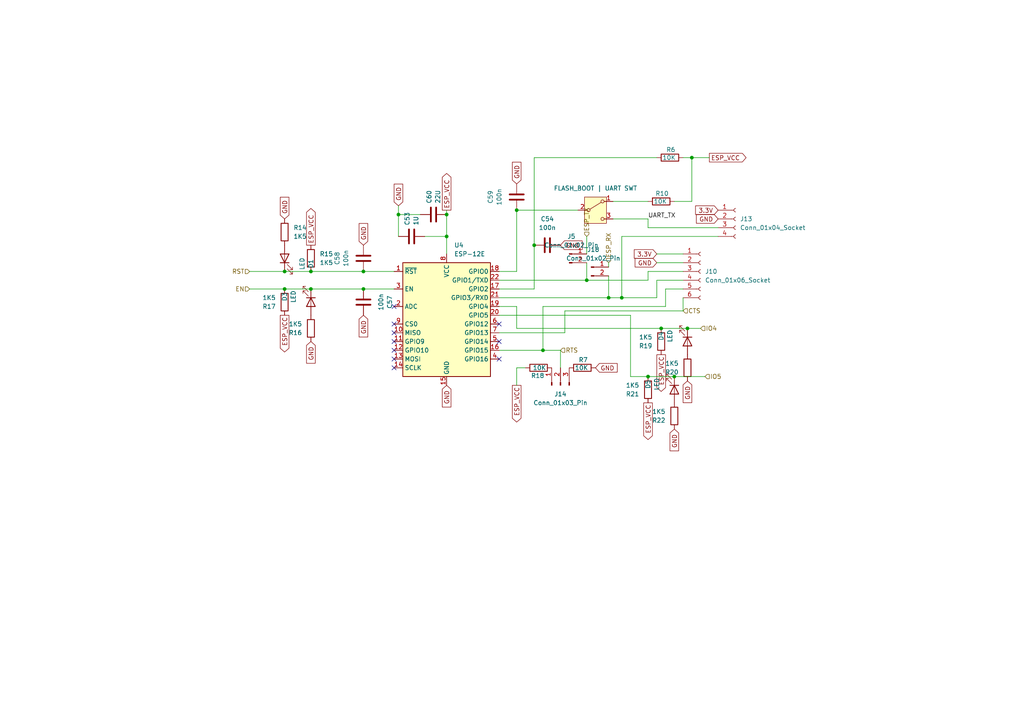
<source format=kicad_sch>
(kicad_sch
	(version 20231120)
	(generator "eeschema")
	(generator_version "8.0")
	(uuid "effbbcc0-9f58-4932-9d7f-118d586f09be")
	(paper "A4")
	(lib_symbols
		(symbol "Connector:Conn_01x02_Pin"
			(pin_names
				(offset 1.016) hide)
			(exclude_from_sim no)
			(in_bom yes)
			(on_board yes)
			(property "Reference" "J"
				(at 0 2.54 0)
				(effects
					(font
						(size 1.27 1.27)
					)
				)
			)
			(property "Value" "Conn_01x02_Pin"
				(at 0 -5.08 0)
				(effects
					(font
						(size 1.27 1.27)
					)
				)
			)
			(property "Footprint" ""
				(at 0 0 0)
				(effects
					(font
						(size 1.27 1.27)
					)
					(hide yes)
				)
			)
			(property "Datasheet" "~"
				(at 0 0 0)
				(effects
					(font
						(size 1.27 1.27)
					)
					(hide yes)
				)
			)
			(property "Description" "Generic connector, single row, 01x02, script generated"
				(at 0 0 0)
				(effects
					(font
						(size 1.27 1.27)
					)
					(hide yes)
				)
			)
			(property "ki_locked" ""
				(at 0 0 0)
				(effects
					(font
						(size 1.27 1.27)
					)
				)
			)
			(property "ki_keywords" "connector"
				(at 0 0 0)
				(effects
					(font
						(size 1.27 1.27)
					)
					(hide yes)
				)
			)
			(property "ki_fp_filters" "Connector*:*_1x??_*"
				(at 0 0 0)
				(effects
					(font
						(size 1.27 1.27)
					)
					(hide yes)
				)
			)
			(symbol "Conn_01x02_Pin_1_1"
				(polyline
					(pts
						(xy 1.27 -2.54) (xy 0.8636 -2.54)
					)
					(stroke
						(width 0.1524)
						(type default)
					)
					(fill
						(type none)
					)
				)
				(polyline
					(pts
						(xy 1.27 0) (xy 0.8636 0)
					)
					(stroke
						(width 0.1524)
						(type default)
					)
					(fill
						(type none)
					)
				)
				(rectangle
					(start 0.8636 -2.413)
					(end 0 -2.667)
					(stroke
						(width 0.1524)
						(type default)
					)
					(fill
						(type outline)
					)
				)
				(rectangle
					(start 0.8636 0.127)
					(end 0 -0.127)
					(stroke
						(width 0.1524)
						(type default)
					)
					(fill
						(type outline)
					)
				)
				(pin passive line
					(at 5.08 0 180)
					(length 3.81)
					(name "Pin_1"
						(effects
							(font
								(size 1.27 1.27)
							)
						)
					)
					(number "1"
						(effects
							(font
								(size 1.27 1.27)
							)
						)
					)
				)
				(pin passive line
					(at 5.08 -2.54 180)
					(length 3.81)
					(name "Pin_2"
						(effects
							(font
								(size 1.27 1.27)
							)
						)
					)
					(number "2"
						(effects
							(font
								(size 1.27 1.27)
							)
						)
					)
				)
			)
		)
		(symbol "Connector:Conn_01x03_Pin"
			(pin_names
				(offset 1.016) hide)
			(exclude_from_sim no)
			(in_bom yes)
			(on_board yes)
			(property "Reference" "J"
				(at 0 5.08 0)
				(effects
					(font
						(size 1.27 1.27)
					)
				)
			)
			(property "Value" "Conn_01x03_Pin"
				(at 0 -5.08 0)
				(effects
					(font
						(size 1.27 1.27)
					)
				)
			)
			(property "Footprint" ""
				(at 0 0 0)
				(effects
					(font
						(size 1.27 1.27)
					)
					(hide yes)
				)
			)
			(property "Datasheet" "~"
				(at 0 0 0)
				(effects
					(font
						(size 1.27 1.27)
					)
					(hide yes)
				)
			)
			(property "Description" "Generic connector, single row, 01x03, script generated"
				(at 0 0 0)
				(effects
					(font
						(size 1.27 1.27)
					)
					(hide yes)
				)
			)
			(property "ki_locked" ""
				(at 0 0 0)
				(effects
					(font
						(size 1.27 1.27)
					)
				)
			)
			(property "ki_keywords" "connector"
				(at 0 0 0)
				(effects
					(font
						(size 1.27 1.27)
					)
					(hide yes)
				)
			)
			(property "ki_fp_filters" "Connector*:*_1x??_*"
				(at 0 0 0)
				(effects
					(font
						(size 1.27 1.27)
					)
					(hide yes)
				)
			)
			(symbol "Conn_01x03_Pin_1_1"
				(polyline
					(pts
						(xy 1.27 -2.54) (xy 0.8636 -2.54)
					)
					(stroke
						(width 0.1524)
						(type default)
					)
					(fill
						(type none)
					)
				)
				(polyline
					(pts
						(xy 1.27 0) (xy 0.8636 0)
					)
					(stroke
						(width 0.1524)
						(type default)
					)
					(fill
						(type none)
					)
				)
				(polyline
					(pts
						(xy 1.27 2.54) (xy 0.8636 2.54)
					)
					(stroke
						(width 0.1524)
						(type default)
					)
					(fill
						(type none)
					)
				)
				(rectangle
					(start 0.8636 -2.413)
					(end 0 -2.667)
					(stroke
						(width 0.1524)
						(type default)
					)
					(fill
						(type outline)
					)
				)
				(rectangle
					(start 0.8636 0.127)
					(end 0 -0.127)
					(stroke
						(width 0.1524)
						(type default)
					)
					(fill
						(type outline)
					)
				)
				(rectangle
					(start 0.8636 2.667)
					(end 0 2.413)
					(stroke
						(width 0.1524)
						(type default)
					)
					(fill
						(type outline)
					)
				)
				(pin passive line
					(at 5.08 2.54 180)
					(length 3.81)
					(name "Pin_1"
						(effects
							(font
								(size 1.27 1.27)
							)
						)
					)
					(number "1"
						(effects
							(font
								(size 1.27 1.27)
							)
						)
					)
				)
				(pin passive line
					(at 5.08 0 180)
					(length 3.81)
					(name "Pin_2"
						(effects
							(font
								(size 1.27 1.27)
							)
						)
					)
					(number "2"
						(effects
							(font
								(size 1.27 1.27)
							)
						)
					)
				)
				(pin passive line
					(at 5.08 -2.54 180)
					(length 3.81)
					(name "Pin_3"
						(effects
							(font
								(size 1.27 1.27)
							)
						)
					)
					(number "3"
						(effects
							(font
								(size 1.27 1.27)
							)
						)
					)
				)
			)
		)
		(symbol "Connector:Conn_01x04_Socket"
			(pin_names
				(offset 1.016) hide)
			(exclude_from_sim no)
			(in_bom yes)
			(on_board yes)
			(property "Reference" "J"
				(at 0 5.08 0)
				(effects
					(font
						(size 1.27 1.27)
					)
				)
			)
			(property "Value" "Conn_01x04_Socket"
				(at 0 -7.62 0)
				(effects
					(font
						(size 1.27 1.27)
					)
				)
			)
			(property "Footprint" ""
				(at 0 0 0)
				(effects
					(font
						(size 1.27 1.27)
					)
					(hide yes)
				)
			)
			(property "Datasheet" "~"
				(at 0 0 0)
				(effects
					(font
						(size 1.27 1.27)
					)
					(hide yes)
				)
			)
			(property "Description" "Generic connector, single row, 01x04, script generated"
				(at 0 0 0)
				(effects
					(font
						(size 1.27 1.27)
					)
					(hide yes)
				)
			)
			(property "ki_locked" ""
				(at 0 0 0)
				(effects
					(font
						(size 1.27 1.27)
					)
				)
			)
			(property "ki_keywords" "connector"
				(at 0 0 0)
				(effects
					(font
						(size 1.27 1.27)
					)
					(hide yes)
				)
			)
			(property "ki_fp_filters" "Connector*:*_1x??_*"
				(at 0 0 0)
				(effects
					(font
						(size 1.27 1.27)
					)
					(hide yes)
				)
			)
			(symbol "Conn_01x04_Socket_1_1"
				(arc
					(start 0 -4.572)
					(mid -0.5058 -5.08)
					(end 0 -5.588)
					(stroke
						(width 0.1524)
						(type default)
					)
					(fill
						(type none)
					)
				)
				(arc
					(start 0 -2.032)
					(mid -0.5058 -2.54)
					(end 0 -3.048)
					(stroke
						(width 0.1524)
						(type default)
					)
					(fill
						(type none)
					)
				)
				(polyline
					(pts
						(xy -1.27 -5.08) (xy -0.508 -5.08)
					)
					(stroke
						(width 0.1524)
						(type default)
					)
					(fill
						(type none)
					)
				)
				(polyline
					(pts
						(xy -1.27 -2.54) (xy -0.508 -2.54)
					)
					(stroke
						(width 0.1524)
						(type default)
					)
					(fill
						(type none)
					)
				)
				(polyline
					(pts
						(xy -1.27 0) (xy -0.508 0)
					)
					(stroke
						(width 0.1524)
						(type default)
					)
					(fill
						(type none)
					)
				)
				(polyline
					(pts
						(xy -1.27 2.54) (xy -0.508 2.54)
					)
					(stroke
						(width 0.1524)
						(type default)
					)
					(fill
						(type none)
					)
				)
				(arc
					(start 0 0.508)
					(mid -0.5058 0)
					(end 0 -0.508)
					(stroke
						(width 0.1524)
						(type default)
					)
					(fill
						(type none)
					)
				)
				(arc
					(start 0 3.048)
					(mid -0.5058 2.54)
					(end 0 2.032)
					(stroke
						(width 0.1524)
						(type default)
					)
					(fill
						(type none)
					)
				)
				(pin passive line
					(at -5.08 2.54 0)
					(length 3.81)
					(name "Pin_1"
						(effects
							(font
								(size 1.27 1.27)
							)
						)
					)
					(number "1"
						(effects
							(font
								(size 1.27 1.27)
							)
						)
					)
				)
				(pin passive line
					(at -5.08 0 0)
					(length 3.81)
					(name "Pin_2"
						(effects
							(font
								(size 1.27 1.27)
							)
						)
					)
					(number "2"
						(effects
							(font
								(size 1.27 1.27)
							)
						)
					)
				)
				(pin passive line
					(at -5.08 -2.54 0)
					(length 3.81)
					(name "Pin_3"
						(effects
							(font
								(size 1.27 1.27)
							)
						)
					)
					(number "3"
						(effects
							(font
								(size 1.27 1.27)
							)
						)
					)
				)
				(pin passive line
					(at -5.08 -5.08 0)
					(length 3.81)
					(name "Pin_4"
						(effects
							(font
								(size 1.27 1.27)
							)
						)
					)
					(number "4"
						(effects
							(font
								(size 1.27 1.27)
							)
						)
					)
				)
			)
		)
		(symbol "Connector:Conn_01x06_Socket"
			(pin_names
				(offset 1.016) hide)
			(exclude_from_sim no)
			(in_bom yes)
			(on_board yes)
			(property "Reference" "J"
				(at 0 7.62 0)
				(effects
					(font
						(size 1.27 1.27)
					)
				)
			)
			(property "Value" "Conn_01x06_Socket"
				(at 0 -10.16 0)
				(effects
					(font
						(size 1.27 1.27)
					)
				)
			)
			(property "Footprint" ""
				(at 0 0 0)
				(effects
					(font
						(size 1.27 1.27)
					)
					(hide yes)
				)
			)
			(property "Datasheet" "~"
				(at 0 0 0)
				(effects
					(font
						(size 1.27 1.27)
					)
					(hide yes)
				)
			)
			(property "Description" "Generic connector, single row, 01x06, script generated"
				(at 0 0 0)
				(effects
					(font
						(size 1.27 1.27)
					)
					(hide yes)
				)
			)
			(property "ki_locked" ""
				(at 0 0 0)
				(effects
					(font
						(size 1.27 1.27)
					)
				)
			)
			(property "ki_keywords" "connector"
				(at 0 0 0)
				(effects
					(font
						(size 1.27 1.27)
					)
					(hide yes)
				)
			)
			(property "ki_fp_filters" "Connector*:*_1x??_*"
				(at 0 0 0)
				(effects
					(font
						(size 1.27 1.27)
					)
					(hide yes)
				)
			)
			(symbol "Conn_01x06_Socket_1_1"
				(arc
					(start 0 -7.112)
					(mid -0.5058 -7.62)
					(end 0 -8.128)
					(stroke
						(width 0.1524)
						(type default)
					)
					(fill
						(type none)
					)
				)
				(arc
					(start 0 -4.572)
					(mid -0.5058 -5.08)
					(end 0 -5.588)
					(stroke
						(width 0.1524)
						(type default)
					)
					(fill
						(type none)
					)
				)
				(arc
					(start 0 -2.032)
					(mid -0.5058 -2.54)
					(end 0 -3.048)
					(stroke
						(width 0.1524)
						(type default)
					)
					(fill
						(type none)
					)
				)
				(polyline
					(pts
						(xy -1.27 -7.62) (xy -0.508 -7.62)
					)
					(stroke
						(width 0.1524)
						(type default)
					)
					(fill
						(type none)
					)
				)
				(polyline
					(pts
						(xy -1.27 -5.08) (xy -0.508 -5.08)
					)
					(stroke
						(width 0.1524)
						(type default)
					)
					(fill
						(type none)
					)
				)
				(polyline
					(pts
						(xy -1.27 -2.54) (xy -0.508 -2.54)
					)
					(stroke
						(width 0.1524)
						(type default)
					)
					(fill
						(type none)
					)
				)
				(polyline
					(pts
						(xy -1.27 0) (xy -0.508 0)
					)
					(stroke
						(width 0.1524)
						(type default)
					)
					(fill
						(type none)
					)
				)
				(polyline
					(pts
						(xy -1.27 2.54) (xy -0.508 2.54)
					)
					(stroke
						(width 0.1524)
						(type default)
					)
					(fill
						(type none)
					)
				)
				(polyline
					(pts
						(xy -1.27 5.08) (xy -0.508 5.08)
					)
					(stroke
						(width 0.1524)
						(type default)
					)
					(fill
						(type none)
					)
				)
				(arc
					(start 0 0.508)
					(mid -0.5058 0)
					(end 0 -0.508)
					(stroke
						(width 0.1524)
						(type default)
					)
					(fill
						(type none)
					)
				)
				(arc
					(start 0 3.048)
					(mid -0.5058 2.54)
					(end 0 2.032)
					(stroke
						(width 0.1524)
						(type default)
					)
					(fill
						(type none)
					)
				)
				(arc
					(start 0 5.588)
					(mid -0.5058 5.08)
					(end 0 4.572)
					(stroke
						(width 0.1524)
						(type default)
					)
					(fill
						(type none)
					)
				)
				(pin passive line
					(at -5.08 5.08 0)
					(length 3.81)
					(name "Pin_1"
						(effects
							(font
								(size 1.27 1.27)
							)
						)
					)
					(number "1"
						(effects
							(font
								(size 1.27 1.27)
							)
						)
					)
				)
				(pin passive line
					(at -5.08 2.54 0)
					(length 3.81)
					(name "Pin_2"
						(effects
							(font
								(size 1.27 1.27)
							)
						)
					)
					(number "2"
						(effects
							(font
								(size 1.27 1.27)
							)
						)
					)
				)
				(pin passive line
					(at -5.08 0 0)
					(length 3.81)
					(name "Pin_3"
						(effects
							(font
								(size 1.27 1.27)
							)
						)
					)
					(number "3"
						(effects
							(font
								(size 1.27 1.27)
							)
						)
					)
				)
				(pin passive line
					(at -5.08 -2.54 0)
					(length 3.81)
					(name "Pin_4"
						(effects
							(font
								(size 1.27 1.27)
							)
						)
					)
					(number "4"
						(effects
							(font
								(size 1.27 1.27)
							)
						)
					)
				)
				(pin passive line
					(at -5.08 -5.08 0)
					(length 3.81)
					(name "Pin_5"
						(effects
							(font
								(size 1.27 1.27)
							)
						)
					)
					(number "5"
						(effects
							(font
								(size 1.27 1.27)
							)
						)
					)
				)
				(pin passive line
					(at -5.08 -7.62 0)
					(length 3.81)
					(name "Pin_6"
						(effects
							(font
								(size 1.27 1.27)
							)
						)
					)
					(number "6"
						(effects
							(font
								(size 1.27 1.27)
							)
						)
					)
				)
			)
		)
		(symbol "Device:C"
			(pin_numbers hide)
			(pin_names
				(offset 0.254)
			)
			(exclude_from_sim no)
			(in_bom yes)
			(on_board yes)
			(property "Reference" "C"
				(at 0.635 2.54 0)
				(effects
					(font
						(size 1.27 1.27)
					)
					(justify left)
				)
			)
			(property "Value" "C"
				(at 0.635 -2.54 0)
				(effects
					(font
						(size 1.27 1.27)
					)
					(justify left)
				)
			)
			(property "Footprint" ""
				(at 0.9652 -3.81 0)
				(effects
					(font
						(size 1.27 1.27)
					)
					(hide yes)
				)
			)
			(property "Datasheet" "~"
				(at 0 0 0)
				(effects
					(font
						(size 1.27 1.27)
					)
					(hide yes)
				)
			)
			(property "Description" "Unpolarized capacitor"
				(at 0 0 0)
				(effects
					(font
						(size 1.27 1.27)
					)
					(hide yes)
				)
			)
			(property "ki_keywords" "cap capacitor"
				(at 0 0 0)
				(effects
					(font
						(size 1.27 1.27)
					)
					(hide yes)
				)
			)
			(property "ki_fp_filters" "C_*"
				(at 0 0 0)
				(effects
					(font
						(size 1.27 1.27)
					)
					(hide yes)
				)
			)
			(symbol "C_0_1"
				(polyline
					(pts
						(xy -2.032 -0.762) (xy 2.032 -0.762)
					)
					(stroke
						(width 0.508)
						(type default)
					)
					(fill
						(type none)
					)
				)
				(polyline
					(pts
						(xy -2.032 0.762) (xy 2.032 0.762)
					)
					(stroke
						(width 0.508)
						(type default)
					)
					(fill
						(type none)
					)
				)
			)
			(symbol "C_1_1"
				(pin passive line
					(at 0 3.81 270)
					(length 2.794)
					(name "~"
						(effects
							(font
								(size 1.27 1.27)
							)
						)
					)
					(number "1"
						(effects
							(font
								(size 1.27 1.27)
							)
						)
					)
				)
				(pin passive line
					(at 0 -3.81 90)
					(length 2.794)
					(name "~"
						(effects
							(font
								(size 1.27 1.27)
							)
						)
					)
					(number "2"
						(effects
							(font
								(size 1.27 1.27)
							)
						)
					)
				)
			)
		)
		(symbol "Device:LED"
			(pin_numbers hide)
			(pin_names
				(offset 1.016) hide)
			(exclude_from_sim no)
			(in_bom yes)
			(on_board yes)
			(property "Reference" "D"
				(at 0 2.54 0)
				(effects
					(font
						(size 1.27 1.27)
					)
				)
			)
			(property "Value" "LED"
				(at 0 -2.54 0)
				(effects
					(font
						(size 1.27 1.27)
					)
				)
			)
			(property "Footprint" ""
				(at 0 0 0)
				(effects
					(font
						(size 1.27 1.27)
					)
					(hide yes)
				)
			)
			(property "Datasheet" "~"
				(at 0 0 0)
				(effects
					(font
						(size 1.27 1.27)
					)
					(hide yes)
				)
			)
			(property "Description" "Light emitting diode"
				(at 0 0 0)
				(effects
					(font
						(size 1.27 1.27)
					)
					(hide yes)
				)
			)
			(property "ki_keywords" "LED diode"
				(at 0 0 0)
				(effects
					(font
						(size 1.27 1.27)
					)
					(hide yes)
				)
			)
			(property "ki_fp_filters" "LED* LED_SMD:* LED_THT:*"
				(at 0 0 0)
				(effects
					(font
						(size 1.27 1.27)
					)
					(hide yes)
				)
			)
			(symbol "LED_0_1"
				(polyline
					(pts
						(xy -1.27 -1.27) (xy -1.27 1.27)
					)
					(stroke
						(width 0.254)
						(type default)
					)
					(fill
						(type none)
					)
				)
				(polyline
					(pts
						(xy -1.27 0) (xy 1.27 0)
					)
					(stroke
						(width 0)
						(type default)
					)
					(fill
						(type none)
					)
				)
				(polyline
					(pts
						(xy 1.27 -1.27) (xy 1.27 1.27) (xy -1.27 0) (xy 1.27 -1.27)
					)
					(stroke
						(width 0.254)
						(type default)
					)
					(fill
						(type none)
					)
				)
				(polyline
					(pts
						(xy -3.048 -0.762) (xy -4.572 -2.286) (xy -3.81 -2.286) (xy -4.572 -2.286) (xy -4.572 -1.524)
					)
					(stroke
						(width 0)
						(type default)
					)
					(fill
						(type none)
					)
				)
				(polyline
					(pts
						(xy -1.778 -0.762) (xy -3.302 -2.286) (xy -2.54 -2.286) (xy -3.302 -2.286) (xy -3.302 -1.524)
					)
					(stroke
						(width 0)
						(type default)
					)
					(fill
						(type none)
					)
				)
			)
			(symbol "LED_1_1"
				(pin passive line
					(at -3.81 0 0)
					(length 2.54)
					(name "K"
						(effects
							(font
								(size 1.27 1.27)
							)
						)
					)
					(number "1"
						(effects
							(font
								(size 1.27 1.27)
							)
						)
					)
				)
				(pin passive line
					(at 3.81 0 180)
					(length 2.54)
					(name "A"
						(effects
							(font
								(size 1.27 1.27)
							)
						)
					)
					(number "2"
						(effects
							(font
								(size 1.27 1.27)
							)
						)
					)
				)
			)
		)
		(symbol "Device:R"
			(pin_numbers hide)
			(pin_names
				(offset 0)
			)
			(exclude_from_sim no)
			(in_bom yes)
			(on_board yes)
			(property "Reference" "R"
				(at 2.032 0 90)
				(effects
					(font
						(size 1.27 1.27)
					)
				)
			)
			(property "Value" "R"
				(at 0 0 90)
				(effects
					(font
						(size 1.27 1.27)
					)
				)
			)
			(property "Footprint" ""
				(at -1.778 0 90)
				(effects
					(font
						(size 1.27 1.27)
					)
					(hide yes)
				)
			)
			(property "Datasheet" "~"
				(at 0 0 0)
				(effects
					(font
						(size 1.27 1.27)
					)
					(hide yes)
				)
			)
			(property "Description" "Resistor"
				(at 0 0 0)
				(effects
					(font
						(size 1.27 1.27)
					)
					(hide yes)
				)
			)
			(property "ki_keywords" "R res resistor"
				(at 0 0 0)
				(effects
					(font
						(size 1.27 1.27)
					)
					(hide yes)
				)
			)
			(property "ki_fp_filters" "R_*"
				(at 0 0 0)
				(effects
					(font
						(size 1.27 1.27)
					)
					(hide yes)
				)
			)
			(symbol "R_0_1"
				(rectangle
					(start -1.016 -2.54)
					(end 1.016 2.54)
					(stroke
						(width 0.254)
						(type default)
					)
					(fill
						(type none)
					)
				)
			)
			(symbol "R_1_1"
				(pin passive line
					(at 0 3.81 270)
					(length 1.27)
					(name "~"
						(effects
							(font
								(size 1.27 1.27)
							)
						)
					)
					(number "1"
						(effects
							(font
								(size 1.27 1.27)
							)
						)
					)
				)
				(pin passive line
					(at 0 -3.81 90)
					(length 1.27)
					(name "~"
						(effects
							(font
								(size 1.27 1.27)
							)
						)
					)
					(number "2"
						(effects
							(font
								(size 1.27 1.27)
							)
						)
					)
				)
			)
		)
		(symbol "RF_Module:ESP-12E"
			(exclude_from_sim no)
			(in_bom yes)
			(on_board yes)
			(property "Reference" "U"
				(at -12.7 19.05 0)
				(effects
					(font
						(size 1.27 1.27)
					)
					(justify left)
				)
			)
			(property "Value" "ESP-12E"
				(at 12.7 19.05 0)
				(effects
					(font
						(size 1.27 1.27)
					)
					(justify right)
				)
			)
			(property "Footprint" "RF_Module:ESP-12E"
				(at 0 0 0)
				(effects
					(font
						(size 1.27 1.27)
					)
					(hide yes)
				)
			)
			(property "Datasheet" "http://wiki.ai-thinker.com/_media/esp8266/esp8266_series_modules_user_manual_v1.1.pdf"
				(at -8.89 2.54 0)
				(effects
					(font
						(size 1.27 1.27)
					)
					(hide yes)
				)
			)
			(property "Description" "802.11 b/g/n Wi-Fi Module"
				(at 0 0 0)
				(effects
					(font
						(size 1.27 1.27)
					)
					(hide yes)
				)
			)
			(property "ki_keywords" "802.11 Wi-Fi"
				(at 0 0 0)
				(effects
					(font
						(size 1.27 1.27)
					)
					(hide yes)
				)
			)
			(property "ki_fp_filters" "ESP?12*"
				(at 0 0 0)
				(effects
					(font
						(size 1.27 1.27)
					)
					(hide yes)
				)
			)
			(symbol "ESP-12E_0_1"
				(rectangle
					(start -12.7 17.78)
					(end 12.7 -15.24)
					(stroke
						(width 0.254)
						(type default)
					)
					(fill
						(type background)
					)
				)
			)
			(symbol "ESP-12E_1_1"
				(pin input line
					(at -15.24 15.24 0)
					(length 2.54)
					(name "~{RST}"
						(effects
							(font
								(size 1.27 1.27)
							)
						)
					)
					(number "1"
						(effects
							(font
								(size 1.27 1.27)
							)
						)
					)
				)
				(pin bidirectional line
					(at -15.24 -2.54 0)
					(length 2.54)
					(name "MISO"
						(effects
							(font
								(size 1.27 1.27)
							)
						)
					)
					(number "10"
						(effects
							(font
								(size 1.27 1.27)
							)
						)
					)
				)
				(pin bidirectional line
					(at -15.24 -5.08 0)
					(length 2.54)
					(name "GPIO9"
						(effects
							(font
								(size 1.27 1.27)
							)
						)
					)
					(number "11"
						(effects
							(font
								(size 1.27 1.27)
							)
						)
					)
				)
				(pin bidirectional line
					(at -15.24 -7.62 0)
					(length 2.54)
					(name "GPIO10"
						(effects
							(font
								(size 1.27 1.27)
							)
						)
					)
					(number "12"
						(effects
							(font
								(size 1.27 1.27)
							)
						)
					)
				)
				(pin bidirectional line
					(at -15.24 -10.16 0)
					(length 2.54)
					(name "MOSI"
						(effects
							(font
								(size 1.27 1.27)
							)
						)
					)
					(number "13"
						(effects
							(font
								(size 1.27 1.27)
							)
						)
					)
				)
				(pin bidirectional line
					(at -15.24 -12.7 0)
					(length 2.54)
					(name "SCLK"
						(effects
							(font
								(size 1.27 1.27)
							)
						)
					)
					(number "14"
						(effects
							(font
								(size 1.27 1.27)
							)
						)
					)
				)
				(pin power_in line
					(at 0 -17.78 90)
					(length 2.54)
					(name "GND"
						(effects
							(font
								(size 1.27 1.27)
							)
						)
					)
					(number "15"
						(effects
							(font
								(size 1.27 1.27)
							)
						)
					)
				)
				(pin bidirectional line
					(at 15.24 -7.62 180)
					(length 2.54)
					(name "GPIO15"
						(effects
							(font
								(size 1.27 1.27)
							)
						)
					)
					(number "16"
						(effects
							(font
								(size 1.27 1.27)
							)
						)
					)
				)
				(pin bidirectional line
					(at 15.24 10.16 180)
					(length 2.54)
					(name "GPIO2"
						(effects
							(font
								(size 1.27 1.27)
							)
						)
					)
					(number "17"
						(effects
							(font
								(size 1.27 1.27)
							)
						)
					)
				)
				(pin bidirectional line
					(at 15.24 15.24 180)
					(length 2.54)
					(name "GPIO0"
						(effects
							(font
								(size 1.27 1.27)
							)
						)
					)
					(number "18"
						(effects
							(font
								(size 1.27 1.27)
							)
						)
					)
				)
				(pin bidirectional line
					(at 15.24 5.08 180)
					(length 2.54)
					(name "GPIO4"
						(effects
							(font
								(size 1.27 1.27)
							)
						)
					)
					(number "19"
						(effects
							(font
								(size 1.27 1.27)
							)
						)
					)
				)
				(pin input line
					(at -15.24 5.08 0)
					(length 2.54)
					(name "ADC"
						(effects
							(font
								(size 1.27 1.27)
							)
						)
					)
					(number "2"
						(effects
							(font
								(size 1.27 1.27)
							)
						)
					)
				)
				(pin bidirectional line
					(at 15.24 2.54 180)
					(length 2.54)
					(name "GPIO5"
						(effects
							(font
								(size 1.27 1.27)
							)
						)
					)
					(number "20"
						(effects
							(font
								(size 1.27 1.27)
							)
						)
					)
				)
				(pin bidirectional line
					(at 15.24 7.62 180)
					(length 2.54)
					(name "GPIO3/RXD"
						(effects
							(font
								(size 1.27 1.27)
							)
						)
					)
					(number "21"
						(effects
							(font
								(size 1.27 1.27)
							)
						)
					)
				)
				(pin bidirectional line
					(at 15.24 12.7 180)
					(length 2.54)
					(name "GPIO1/TXD"
						(effects
							(font
								(size 1.27 1.27)
							)
						)
					)
					(number "22"
						(effects
							(font
								(size 1.27 1.27)
							)
						)
					)
				)
				(pin input line
					(at -15.24 10.16 0)
					(length 2.54)
					(name "EN"
						(effects
							(font
								(size 1.27 1.27)
							)
						)
					)
					(number "3"
						(effects
							(font
								(size 1.27 1.27)
							)
						)
					)
				)
				(pin bidirectional line
					(at 15.24 -10.16 180)
					(length 2.54)
					(name "GPIO16"
						(effects
							(font
								(size 1.27 1.27)
							)
						)
					)
					(number "4"
						(effects
							(font
								(size 1.27 1.27)
							)
						)
					)
				)
				(pin bidirectional line
					(at 15.24 -5.08 180)
					(length 2.54)
					(name "GPIO14"
						(effects
							(font
								(size 1.27 1.27)
							)
						)
					)
					(number "5"
						(effects
							(font
								(size 1.27 1.27)
							)
						)
					)
				)
				(pin bidirectional line
					(at 15.24 0 180)
					(length 2.54)
					(name "GPIO12"
						(effects
							(font
								(size 1.27 1.27)
							)
						)
					)
					(number "6"
						(effects
							(font
								(size 1.27 1.27)
							)
						)
					)
				)
				(pin bidirectional line
					(at 15.24 -2.54 180)
					(length 2.54)
					(name "GPIO13"
						(effects
							(font
								(size 1.27 1.27)
							)
						)
					)
					(number "7"
						(effects
							(font
								(size 1.27 1.27)
							)
						)
					)
				)
				(pin power_in line
					(at 0 20.32 270)
					(length 2.54)
					(name "VCC"
						(effects
							(font
								(size 1.27 1.27)
							)
						)
					)
					(number "8"
						(effects
							(font
								(size 1.27 1.27)
							)
						)
					)
				)
				(pin input line
					(at -15.24 0 0)
					(length 2.54)
					(name "CS0"
						(effects
							(font
								(size 1.27 1.27)
							)
						)
					)
					(number "9"
						(effects
							(font
								(size 1.27 1.27)
							)
						)
					)
				)
			)
		)
		(symbol "Switch:SW_SPDT"
			(pin_names
				(offset 0) hide)
			(exclude_from_sim no)
			(in_bom yes)
			(on_board yes)
			(property "Reference" "SW"
				(at 0 5.08 0)
				(effects
					(font
						(size 1.27 1.27)
					)
				)
			)
			(property "Value" "SW_SPDT"
				(at 0 -5.08 0)
				(effects
					(font
						(size 1.27 1.27)
					)
				)
			)
			(property "Footprint" ""
				(at 0 0 0)
				(effects
					(font
						(size 1.27 1.27)
					)
					(hide yes)
				)
			)
			(property "Datasheet" "~"
				(at 0 -7.62 0)
				(effects
					(font
						(size 1.27 1.27)
					)
					(hide yes)
				)
			)
			(property "Description" "Switch, single pole double throw"
				(at 0 0 0)
				(effects
					(font
						(size 1.27 1.27)
					)
					(hide yes)
				)
			)
			(property "ki_keywords" "switch single-pole double-throw spdt ON-ON"
				(at 0 0 0)
				(effects
					(font
						(size 1.27 1.27)
					)
					(hide yes)
				)
			)
			(symbol "SW_SPDT_0_1"
				(circle
					(center -2.032 0)
					(radius 0.4572)
					(stroke
						(width 0)
						(type default)
					)
					(fill
						(type none)
					)
				)
				(polyline
					(pts
						(xy -1.651 0.254) (xy 1.651 2.286)
					)
					(stroke
						(width 0)
						(type default)
					)
					(fill
						(type none)
					)
				)
				(circle
					(center 2.032 -2.54)
					(radius 0.4572)
					(stroke
						(width 0)
						(type default)
					)
					(fill
						(type none)
					)
				)
				(circle
					(center 2.032 2.54)
					(radius 0.4572)
					(stroke
						(width 0)
						(type default)
					)
					(fill
						(type none)
					)
				)
			)
			(symbol "SW_SPDT_1_1"
				(rectangle
					(start -3.175 3.81)
					(end 3.175 -3.81)
					(stroke
						(width 0)
						(type default)
					)
					(fill
						(type background)
					)
				)
				(pin passive line
					(at 5.08 2.54 180)
					(length 2.54)
					(name "A"
						(effects
							(font
								(size 1.27 1.27)
							)
						)
					)
					(number "1"
						(effects
							(font
								(size 1.27 1.27)
							)
						)
					)
				)
				(pin passive line
					(at -5.08 0 0)
					(length 2.54)
					(name "B"
						(effects
							(font
								(size 1.27 1.27)
							)
						)
					)
					(number "2"
						(effects
							(font
								(size 1.27 1.27)
							)
						)
					)
				)
				(pin passive line
					(at 5.08 -2.54 180)
					(length 2.54)
					(name "C"
						(effects
							(font
								(size 1.27 1.27)
							)
						)
					)
					(number "3"
						(effects
							(font
								(size 1.27 1.27)
							)
						)
					)
				)
			)
		)
	)
	(junction
		(at 200.66 45.72)
		(diameter 0)
		(color 0 0 0 0)
		(uuid "14bb73af-a741-4882-808a-79855d68b9c6")
	)
	(junction
		(at 191.77 95.25)
		(diameter 0)
		(color 0 0 0 0)
		(uuid "178ff0e5-c856-43f4-bbe4-2ac4917eb849")
	)
	(junction
		(at 154.94 71.12)
		(diameter 0)
		(color 0 0 0 0)
		(uuid "1b182f1c-3cf5-4a60-99e0-2b9fc97213c0")
	)
	(junction
		(at 105.41 83.82)
		(diameter 0)
		(color 0 0 0 0)
		(uuid "523b1290-6ee9-4f04-aa09-08ddc67f3ce6")
	)
	(junction
		(at 176.53 86.36)
		(diameter 0)
		(color 0 0 0 0)
		(uuid "6478d4d9-67cb-4a83-854b-7394b1ee67df")
	)
	(junction
		(at 195.58 109.22)
		(diameter 0)
		(color 0 0 0 0)
		(uuid "65608a99-0c3d-43ea-b2ad-adee2809358c")
	)
	(junction
		(at 149.86 60.96)
		(diameter 0)
		(color 0 0 0 0)
		(uuid "6f4d82f6-0a8f-4e7c-88a7-4fac26a6447f")
	)
	(junction
		(at 180.34 86.36)
		(diameter 0)
		(color 0 0 0 0)
		(uuid "79658a54-8b80-4848-b360-26e681ada1a5")
	)
	(junction
		(at 199.39 95.25)
		(diameter 0)
		(color 0 0 0 0)
		(uuid "7de4a9ea-9784-440d-b1c3-cf0973bea466")
	)
	(junction
		(at 115.57 62.23)
		(diameter 0)
		(color 0 0 0 0)
		(uuid "8e794a15-a7a1-45d0-9a8a-4054f8af754a")
	)
	(junction
		(at 129.54 62.23)
		(diameter 0)
		(color 0 0 0 0)
		(uuid "8ea09b71-8d9b-45e2-b00d-6548ec1adbf2")
	)
	(junction
		(at 82.55 83.82)
		(diameter 0)
		(color 0 0 0 0)
		(uuid "99935eec-6d42-4667-a9ec-c9dd46972552")
	)
	(junction
		(at 129.54 68.58)
		(diameter 0)
		(color 0 0 0 0)
		(uuid "a6c14ff6-90c8-4871-90bb-8ebab828b845")
	)
	(junction
		(at 90.17 78.74)
		(diameter 0)
		(color 0 0 0 0)
		(uuid "b49d4192-4623-411a-8a54-50aacca072b8")
	)
	(junction
		(at 105.41 78.74)
		(diameter 0)
		(color 0 0 0 0)
		(uuid "bd2c8589-bf75-439b-b99b-825c387c8782")
	)
	(junction
		(at 170.18 81.28)
		(diameter 0)
		(color 0 0 0 0)
		(uuid "be8f384f-d435-4e72-af7f-ab8247237381")
	)
	(junction
		(at 82.55 78.74)
		(diameter 0)
		(color 0 0 0 0)
		(uuid "e3059173-ec0b-44d5-b8d2-a37b9bcd7066")
	)
	(junction
		(at 187.96 109.22)
		(diameter 0)
		(color 0 0 0 0)
		(uuid "e9c547e6-81eb-441c-95c2-48b8e5f4ef51")
	)
	(junction
		(at 157.48 101.6)
		(diameter 0)
		(color 0 0 0 0)
		(uuid "eb1ee2f0-9b30-47ce-8958-c01e2669f5e5")
	)
	(junction
		(at 90.17 83.82)
		(diameter 0)
		(color 0 0 0 0)
		(uuid "eb89123e-7f05-4232-9ba8-263512f37d5d")
	)
	(no_connect
		(at 114.3 96.52)
		(uuid "4710c521-588f-4c36-971f-b1713cf33ebe")
	)
	(no_connect
		(at 114.3 104.14)
		(uuid "56e79d44-ec5b-4606-bc49-9188ff9be46a")
	)
	(no_connect
		(at 144.78 104.14)
		(uuid "5ae1f318-a257-436a-9c92-2ec93a03c5da")
	)
	(no_connect
		(at 144.78 93.98)
		(uuid "6277720f-593e-4154-ac8c-62d7adee9d7a")
	)
	(no_connect
		(at 114.3 101.6)
		(uuid "a85ef090-d33a-47bd-bcd5-73da1392da84")
	)
	(no_connect
		(at 114.3 99.06)
		(uuid "b31ce134-a590-4a51-8c20-a54c16877e87")
	)
	(no_connect
		(at 114.3 93.98)
		(uuid "d1e2236c-e3f6-4020-9921-60b088fb41b2")
	)
	(no_connect
		(at 114.3 106.68)
		(uuid "d8dda402-32bb-4139-bdc5-a1a0684a8ca1")
	)
	(no_connect
		(at 114.3 88.9)
		(uuid "e6b6430b-9772-4a41-8793-6a1dbdc23f9c")
	)
	(no_connect
		(at 144.78 99.06)
		(uuid "e9262d83-0ce7-4288-b751-627f24b4081f")
	)
	(wire
		(pts
			(xy 115.57 59.69) (xy 115.57 62.23)
		)
		(stroke
			(width 0)
			(type default)
		)
		(uuid "0025dcff-63d6-44d2-a707-9de0b076c71d")
	)
	(wire
		(pts
			(xy 82.55 83.82) (xy 90.17 83.82)
		)
		(stroke
			(width 0)
			(type default)
		)
		(uuid "011008b9-45eb-4c04-bf6f-abb6e7e07a00")
	)
	(wire
		(pts
			(xy 154.94 45.72) (xy 190.5 45.72)
		)
		(stroke
			(width 0)
			(type default)
		)
		(uuid "072c1e76-9361-4cbb-9186-b45d90574370")
	)
	(wire
		(pts
			(xy 72.39 83.82) (xy 82.55 83.82)
		)
		(stroke
			(width 0)
			(type default)
		)
		(uuid "0cddf25c-49ed-4e98-af3a-9b37a075895c")
	)
	(wire
		(pts
			(xy 163.83 96.52) (xy 163.83 90.17)
		)
		(stroke
			(width 0)
			(type default)
		)
		(uuid "0e0381fe-dfc8-429a-98f6-df1596b988ed")
	)
	(wire
		(pts
			(xy 149.86 88.9) (xy 144.78 88.9)
		)
		(stroke
			(width 0)
			(type default)
		)
		(uuid "101aef30-3d67-4fb9-9adc-7579280d2aad")
	)
	(wire
		(pts
			(xy 176.53 80.01) (xy 176.53 86.36)
		)
		(stroke
			(width 0)
			(type default)
		)
		(uuid "11814f69-88b7-4987-a38a-7abf0fbeb369")
	)
	(wire
		(pts
			(xy 162.56 106.68) (xy 162.56 101.6)
		)
		(stroke
			(width 0)
			(type default)
		)
		(uuid "1406a0f1-b364-413d-a2bc-116a46d8c002")
	)
	(wire
		(pts
			(xy 144.78 81.28) (xy 170.18 81.28)
		)
		(stroke
			(width 0)
			(type default)
		)
		(uuid "15cd16b9-e31d-4569-b6c3-912d3a7c5ad4")
	)
	(wire
		(pts
			(xy 157.48 88.9) (xy 193.04 88.9)
		)
		(stroke
			(width 0)
			(type default)
		)
		(uuid "1783225d-a33b-4697-b2e7-0dcc6d6cd6cc")
	)
	(wire
		(pts
			(xy 129.54 60.96) (xy 129.54 62.23)
		)
		(stroke
			(width 0)
			(type default)
		)
		(uuid "17a862e1-d92c-4098-b9b5-f569360656b2")
	)
	(wire
		(pts
			(xy 90.17 83.82) (xy 105.41 83.82)
		)
		(stroke
			(width 0)
			(type default)
		)
		(uuid "19a605b3-2a0b-451b-8750-5dce7a05c807")
	)
	(wire
		(pts
			(xy 182.88 109.22) (xy 187.96 109.22)
		)
		(stroke
			(width 0)
			(type default)
		)
		(uuid "1f0e6458-306d-47b4-ae74-64b90b79154d")
	)
	(wire
		(pts
			(xy 198.12 45.72) (xy 200.66 45.72)
		)
		(stroke
			(width 0)
			(type default)
		)
		(uuid "204795b2-9880-4e6f-81d3-9d030eefd724")
	)
	(wire
		(pts
			(xy 180.34 68.58) (xy 180.34 86.36)
		)
		(stroke
			(width 0)
			(type default)
		)
		(uuid "222f723f-9088-4b94-af71-983e1b25d415")
	)
	(wire
		(pts
			(xy 190.5 81.28) (xy 198.12 81.28)
		)
		(stroke
			(width 0)
			(type default)
		)
		(uuid "2816e9cb-6d3d-45f5-b232-99bdc01ae1d0")
	)
	(wire
		(pts
			(xy 170.18 76.2) (xy 170.18 81.28)
		)
		(stroke
			(width 0)
			(type default)
		)
		(uuid "28ab5923-45a6-4018-a3d1-d50e3847173f")
	)
	(wire
		(pts
			(xy 199.39 95.25) (xy 203.2 95.25)
		)
		(stroke
			(width 0)
			(type default)
		)
		(uuid "29a1e3b7-4f74-4194-b87b-6c44d26d5b0b")
	)
	(wire
		(pts
			(xy 177.8 63.5) (xy 187.96 63.5)
		)
		(stroke
			(width 0)
			(type default)
		)
		(uuid "2c141113-c3cf-4953-9737-eddb3671291c")
	)
	(wire
		(pts
			(xy 90.17 78.74) (xy 105.41 78.74)
		)
		(stroke
			(width 0)
			(type default)
		)
		(uuid "2d87d3ea-4a0e-4e13-8a20-ff69db4545c5")
	)
	(wire
		(pts
			(xy 193.04 83.82) (xy 198.12 83.82)
		)
		(stroke
			(width 0)
			(type default)
		)
		(uuid "35e17a8f-3f1a-4a68-a9f8-edb85dc7402c")
	)
	(wire
		(pts
			(xy 129.54 68.58) (xy 129.54 73.66)
		)
		(stroke
			(width 0)
			(type default)
		)
		(uuid "3fc4d9e9-70ea-403c-89fa-aeffe913833d")
	)
	(wire
		(pts
			(xy 144.78 101.6) (xy 157.48 101.6)
		)
		(stroke
			(width 0)
			(type default)
		)
		(uuid "45e3b282-cf89-4210-ad82-82d05c6030b9")
	)
	(wire
		(pts
			(xy 149.86 95.25) (xy 149.86 88.9)
		)
		(stroke
			(width 0)
			(type default)
		)
		(uuid "481a7d99-be35-49c7-b5b5-11d15f33982a")
	)
	(wire
		(pts
			(xy 157.48 101.6) (xy 157.48 88.9)
		)
		(stroke
			(width 0)
			(type default)
		)
		(uuid "4eaeb867-d8e7-4abd-8d1c-cf2764dfbbd6")
	)
	(wire
		(pts
			(xy 105.41 78.74) (xy 114.3 78.74)
		)
		(stroke
			(width 0)
			(type default)
		)
		(uuid "50e8eef1-c187-4d0c-97f9-87969cc281e0")
	)
	(wire
		(pts
			(xy 129.54 62.23) (xy 129.54 68.58)
		)
		(stroke
			(width 0)
			(type default)
		)
		(uuid "56834021-435c-4b50-b2c5-8780a3972d08")
	)
	(wire
		(pts
			(xy 177.8 58.42) (xy 187.96 58.42)
		)
		(stroke
			(width 0)
			(type default)
		)
		(uuid "5b48244a-290b-4d51-9a74-8c3d0514ecce")
	)
	(wire
		(pts
			(xy 187.96 81.28) (xy 187.96 78.74)
		)
		(stroke
			(width 0)
			(type default)
		)
		(uuid "63441ca4-2fcd-4b92-b471-02109b115a5a")
	)
	(wire
		(pts
			(xy 149.86 60.96) (xy 167.64 60.96)
		)
		(stroke
			(width 0)
			(type default)
		)
		(uuid "68670846-d71f-431c-ace5-cbddd7e8f51a")
	)
	(wire
		(pts
			(xy 149.86 106.68) (xy 149.86 111.76)
		)
		(stroke
			(width 0)
			(type default)
		)
		(uuid "69dab1b7-d7bc-446e-ba45-45ff073e89d2")
	)
	(wire
		(pts
			(xy 191.77 95.25) (xy 199.39 95.25)
		)
		(stroke
			(width 0)
			(type default)
		)
		(uuid "6f5ebf9f-13d8-49bf-8683-525fe58998af")
	)
	(wire
		(pts
			(xy 190.5 76.2) (xy 198.12 76.2)
		)
		(stroke
			(width 0)
			(type default)
		)
		(uuid "71ff6730-8628-4bae-9c65-10aa39fdeed4")
	)
	(wire
		(pts
			(xy 182.88 91.44) (xy 144.78 91.44)
		)
		(stroke
			(width 0)
			(type default)
		)
		(uuid "726c6802-8d1c-48e5-96ce-f0196260969b")
	)
	(wire
		(pts
			(xy 144.78 86.36) (xy 176.53 86.36)
		)
		(stroke
			(width 0)
			(type default)
		)
		(uuid "7802a428-4cd7-44be-90cc-6bd3171c3f51")
	)
	(wire
		(pts
			(xy 190.5 86.36) (xy 190.5 81.28)
		)
		(stroke
			(width 0)
			(type default)
		)
		(uuid "7bc9f7f3-3ace-4326-b35d-60b4fcae3b84")
	)
	(wire
		(pts
			(xy 200.66 45.72) (xy 205.74 45.72)
		)
		(stroke
			(width 0)
			(type default)
		)
		(uuid "8491b51d-c999-4abf-b792-7b2cba38a23e")
	)
	(wire
		(pts
			(xy 180.34 86.36) (xy 190.5 86.36)
		)
		(stroke
			(width 0)
			(type default)
		)
		(uuid "874d8d67-7cff-4e9e-bcaf-52480bf21c8f")
	)
	(wire
		(pts
			(xy 115.57 62.23) (xy 121.92 62.23)
		)
		(stroke
			(width 0)
			(type default)
		)
		(uuid "884f23f8-46e5-4c23-b32d-5bdc17050a86")
	)
	(wire
		(pts
			(xy 123.19 68.58) (xy 129.54 68.58)
		)
		(stroke
			(width 0)
			(type default)
		)
		(uuid "8a54f377-fe82-4f50-a04a-a9f87e08c991")
	)
	(wire
		(pts
			(xy 82.55 78.74) (xy 90.17 78.74)
		)
		(stroke
			(width 0)
			(type default)
		)
		(uuid "93080ad3-829e-4ce4-bb40-254ab7983859")
	)
	(wire
		(pts
			(xy 149.86 95.25) (xy 191.77 95.25)
		)
		(stroke
			(width 0)
			(type default)
		)
		(uuid "9c5cfc83-eaec-47c5-9d9a-5b789a487610")
	)
	(wire
		(pts
			(xy 176.53 86.36) (xy 180.34 86.36)
		)
		(stroke
			(width 0)
			(type default)
		)
		(uuid "9f8c7468-33aa-4214-b02a-6bd9c6c1007b")
	)
	(wire
		(pts
			(xy 170.18 68.58) (xy 170.18 73.66)
		)
		(stroke
			(width 0)
			(type default)
		)
		(uuid "a1217e62-3956-45dc-9be4-96c38f49b482")
	)
	(wire
		(pts
			(xy 170.18 81.28) (xy 187.96 81.28)
		)
		(stroke
			(width 0)
			(type default)
		)
		(uuid "a1d36ffb-8a23-4915-80a1-88516d7fa01b")
	)
	(wire
		(pts
			(xy 180.34 68.58) (xy 208.28 68.58)
		)
		(stroke
			(width 0)
			(type default)
		)
		(uuid "a597ab3c-1afa-447e-a34f-897f0df764a5")
	)
	(wire
		(pts
			(xy 187.96 78.74) (xy 198.12 78.74)
		)
		(stroke
			(width 0)
			(type default)
		)
		(uuid "a8992a64-76d3-4e58-af75-df531070769c")
	)
	(wire
		(pts
			(xy 154.94 45.72) (xy 154.94 71.12)
		)
		(stroke
			(width 0)
			(type default)
		)
		(uuid "ac7946bd-0b91-4243-b251-fbf91b0c36a2")
	)
	(wire
		(pts
			(xy 176.53 76.2) (xy 176.53 77.47)
		)
		(stroke
			(width 0)
			(type default)
		)
		(uuid "ad860e09-bdf4-40da-afac-75c820c00d97")
	)
	(wire
		(pts
			(xy 154.94 71.12) (xy 154.94 83.82)
		)
		(stroke
			(width 0)
			(type default)
		)
		(uuid "b1b3f4a2-ef01-4f04-b961-dc61d8e520d3")
	)
	(wire
		(pts
			(xy 144.78 83.82) (xy 154.94 83.82)
		)
		(stroke
			(width 0)
			(type default)
		)
		(uuid "bab96f3e-6a6f-4905-9d73-ec8578650992")
	)
	(wire
		(pts
			(xy 198.12 90.17) (xy 198.12 86.36)
		)
		(stroke
			(width 0)
			(type default)
		)
		(uuid "bd71b710-2bb9-4bc3-8f8a-63c4d5a17088")
	)
	(wire
		(pts
			(xy 187.96 63.5) (xy 187.96 66.04)
		)
		(stroke
			(width 0)
			(type default)
		)
		(uuid "bfac4ca8-5fe0-43bb-a400-7ded26ad629e")
	)
	(wire
		(pts
			(xy 144.78 78.74) (xy 149.86 78.74)
		)
		(stroke
			(width 0)
			(type default)
		)
		(uuid "c337d69a-1aa4-4593-aeb3-9b80759e1e87")
	)
	(wire
		(pts
			(xy 144.78 96.52) (xy 163.83 96.52)
		)
		(stroke
			(width 0)
			(type default)
		)
		(uuid "c3b1e20e-c354-405a-b28b-0a5a6538830d")
	)
	(wire
		(pts
			(xy 187.96 109.22) (xy 195.58 109.22)
		)
		(stroke
			(width 0)
			(type default)
		)
		(uuid "c4a98a4f-4d8c-4fa6-aed9-a0ce66cf2692")
	)
	(wire
		(pts
			(xy 105.41 83.82) (xy 114.3 83.82)
		)
		(stroke
			(width 0)
			(type default)
		)
		(uuid "c69ef54e-2fae-44d3-b639-55b6426494eb")
	)
	(wire
		(pts
			(xy 149.86 78.74) (xy 149.86 60.96)
		)
		(stroke
			(width 0)
			(type default)
		)
		(uuid "c9dd2f1c-c8a8-48a2-a5db-f7b048a4466e")
	)
	(wire
		(pts
			(xy 195.58 109.22) (xy 204.47 109.22)
		)
		(stroke
			(width 0)
			(type default)
		)
		(uuid "d3fb7e7d-c8f0-43b9-86d7-b6d5edd87d6e")
	)
	(wire
		(pts
			(xy 200.66 58.42) (xy 200.66 45.72)
		)
		(stroke
			(width 0)
			(type default)
		)
		(uuid "d8fb76aa-e938-4260-8c6c-36d843b74b25")
	)
	(wire
		(pts
			(xy 195.58 58.42) (xy 200.66 58.42)
		)
		(stroke
			(width 0)
			(type default)
		)
		(uuid "e0db58df-6dcc-4173-bb64-e628489a9d5b")
	)
	(wire
		(pts
			(xy 163.83 90.17) (xy 198.12 90.17)
		)
		(stroke
			(width 0)
			(type default)
		)
		(uuid "e6d870e4-aa07-4ca7-93ec-e29f1a71855f")
	)
	(wire
		(pts
			(xy 190.5 73.66) (xy 198.12 73.66)
		)
		(stroke
			(width 0)
			(type default)
		)
		(uuid "ef283eb3-f4f2-415c-b16e-b7cece0de325")
	)
	(wire
		(pts
			(xy 162.56 101.6) (xy 157.48 101.6)
		)
		(stroke
			(width 0)
			(type default)
		)
		(uuid "f0448200-55dc-4077-bc7d-c3b496b5883b")
	)
	(wire
		(pts
			(xy 187.96 66.04) (xy 208.28 66.04)
		)
		(stroke
			(width 0)
			(type default)
		)
		(uuid "f0e6e78b-397f-44eb-9122-e6330fd4bb77")
	)
	(wire
		(pts
			(xy 193.04 88.9) (xy 193.04 83.82)
		)
		(stroke
			(width 0)
			(type default)
		)
		(uuid "f4b664d0-47b7-4814-b641-7e6e011d1b71")
	)
	(wire
		(pts
			(xy 152.4 106.68) (xy 149.86 106.68)
		)
		(stroke
			(width 0)
			(type default)
		)
		(uuid "f4d2f7dd-bc34-4a65-bcf4-909e4030a861")
	)
	(wire
		(pts
			(xy 72.39 78.74) (xy 82.55 78.74)
		)
		(stroke
			(width 0)
			(type default)
		)
		(uuid "f68d7f16-46cd-45e8-a369-437cb0e39128")
	)
	(wire
		(pts
			(xy 115.57 62.23) (xy 115.57 68.58)
		)
		(stroke
			(width 0)
			(type default)
		)
		(uuid "f791bc61-ff2d-4911-b0d7-b4afa074f7c8")
	)
	(wire
		(pts
			(xy 182.88 109.22) (xy 182.88 91.44)
		)
		(stroke
			(width 0)
			(type default)
		)
		(uuid "f7c4a1df-0241-40a3-bbe7-631f0f3e6336")
	)
	(label "UART_TX"
		(at 187.96 63.5 0)
		(effects
			(font
				(size 1.27 1.27)
			)
			(justify left bottom)
		)
		(uuid "33ca1f26-f9c2-48c3-ba1b-d24b595009d2")
	)
	(global_label "GND"
		(shape input)
		(at 199.39 110.49 270)
		(fields_autoplaced yes)
		(effects
			(font
				(size 1.27 1.27)
			)
			(justify right)
		)
		(uuid "1327b534-0ac4-4ab9-8bdf-3a3f25731f67")
		(property "Intersheetrefs" "${INTERSHEET_REFS}"
			(at 199.39 117.3457 90)
			(effects
				(font
					(size 1.27 1.27)
				)
				(justify right)
				(hide yes)
			)
		)
	)
	(global_label "ESP_VCC"
		(shape output)
		(at 82.55 91.44 270)
		(fields_autoplaced yes)
		(effects
			(font
				(size 1.27 1.27)
			)
			(justify right)
		)
		(uuid "235cd49a-7f32-4ead-9f6a-16cccbf07791")
		(property "Intersheetrefs" "${INTERSHEET_REFS}"
			(at 82.55 102.6499 90)
			(effects
				(font
					(size 1.27 1.27)
				)
				(justify right)
				(hide yes)
			)
		)
	)
	(global_label "ESP_VCC"
		(shape output)
		(at 205.74 45.72 0)
		(fields_autoplaced yes)
		(effects
			(font
				(size 1.27 1.27)
			)
			(justify left)
		)
		(uuid "3a1ec38b-c48d-4472-8de9-8069fcad00d5")
		(property "Intersheetrefs" "${INTERSHEET_REFS}"
			(at 216.9499 45.72 0)
			(effects
				(font
					(size 1.27 1.27)
				)
				(justify left)
				(hide yes)
			)
		)
	)
	(global_label "GND"
		(shape input)
		(at 149.86 53.34 90)
		(fields_autoplaced yes)
		(effects
			(font
				(size 1.27 1.27)
			)
			(justify left)
		)
		(uuid "3abfe8d8-26f9-4492-b185-f48fb2b15f4c")
		(property "Intersheetrefs" "${INTERSHEET_REFS}"
			(at 149.86 46.4843 90)
			(effects
				(font
					(size 1.27 1.27)
				)
				(justify left)
				(hide yes)
			)
		)
	)
	(global_label "GND"
		(shape input)
		(at 115.57 59.69 90)
		(fields_autoplaced yes)
		(effects
			(font
				(size 1.27 1.27)
			)
			(justify left)
		)
		(uuid "42a08156-e5e7-4d63-948c-ea3da13954d7")
		(property "Intersheetrefs" "${INTERSHEET_REFS}"
			(at 115.57 52.8343 90)
			(effects
				(font
					(size 1.27 1.27)
				)
				(justify left)
				(hide yes)
			)
		)
	)
	(global_label "GND"
		(shape input)
		(at 90.17 99.06 270)
		(fields_autoplaced yes)
		(effects
			(font
				(size 1.27 1.27)
			)
			(justify right)
		)
		(uuid "45c9c0a1-2f07-4b7b-855b-d5b87f421b78")
		(property "Intersheetrefs" "${INTERSHEET_REFS}"
			(at 90.17 105.9157 90)
			(effects
				(font
					(size 1.27 1.27)
				)
				(justify right)
				(hide yes)
			)
		)
	)
	(global_label "GND"
		(shape input)
		(at 129.54 111.76 270)
		(fields_autoplaced yes)
		(effects
			(font
				(size 1.27 1.27)
			)
			(justify right)
		)
		(uuid "4a43f827-d7d0-4a41-9bbf-a3a04be04658")
		(property "Intersheetrefs" "${INTERSHEET_REFS}"
			(at 129.54 118.6157 90)
			(effects
				(font
					(size 1.27 1.27)
				)
				(justify right)
				(hide yes)
			)
		)
	)
	(global_label "GND"
		(shape input)
		(at 195.58 124.46 270)
		(fields_autoplaced yes)
		(effects
			(font
				(size 1.27 1.27)
			)
			(justify right)
		)
		(uuid "5a39c806-4c62-49c6-a5d2-d50bd8c67715")
		(property "Intersheetrefs" "${INTERSHEET_REFS}"
			(at 195.58 131.3157 90)
			(effects
				(font
					(size 1.27 1.27)
				)
				(justify right)
				(hide yes)
			)
		)
	)
	(global_label "3.3V"
		(shape input)
		(at 190.5 73.66 180)
		(fields_autoplaced yes)
		(effects
			(font
				(size 1.27 1.27)
			)
			(justify right)
		)
		(uuid "601e93ae-5539-478f-991c-039e826fa868")
		(property "Intersheetrefs" "${INTERSHEET_REFS}"
			(at 183.4024 73.66 0)
			(effects
				(font
					(size 1.27 1.27)
				)
				(justify right)
				(hide yes)
			)
		)
	)
	(global_label "GND"
		(shape input)
		(at 172.72 106.68 0)
		(fields_autoplaced yes)
		(effects
			(font
				(size 1.27 1.27)
			)
			(justify left)
		)
		(uuid "6bc04f10-fa7d-482d-b4b6-8ca52f689453")
		(property "Intersheetrefs" "${INTERSHEET_REFS}"
			(at 179.5757 106.68 0)
			(effects
				(font
					(size 1.27 1.27)
				)
				(justify left)
				(hide yes)
			)
		)
	)
	(global_label "ESP_VCC"
		(shape output)
		(at 191.77 102.87 270)
		(fields_autoplaced yes)
		(effects
			(font
				(size 1.27 1.27)
			)
			(justify right)
		)
		(uuid "7e1f2c82-0811-4280-a0b6-a531ba1e3a57")
		(property "Intersheetrefs" "${INTERSHEET_REFS}"
			(at 191.77 114.0799 90)
			(effects
				(font
					(size 1.27 1.27)
				)
				(justify right)
				(hide yes)
			)
		)
	)
	(global_label "ESP_VCC"
		(shape output)
		(at 129.54 60.96 90)
		(fields_autoplaced yes)
		(effects
			(font
				(size 1.27 1.27)
			)
			(justify left)
		)
		(uuid "9941ce53-189c-41d1-ad23-eaa8e907f89d")
		(property "Intersheetrefs" "${INTERSHEET_REFS}"
			(at 129.54 49.7501 90)
			(effects
				(font
					(size 1.27 1.27)
				)
				(justify left)
				(hide yes)
			)
		)
	)
	(global_label "ESP_VCC"
		(shape output)
		(at 149.86 111.76 270)
		(fields_autoplaced yes)
		(effects
			(font
				(size 1.27 1.27)
			)
			(justify right)
		)
		(uuid "9e9e5fdc-2458-422b-a9e2-2077c95ca3af")
		(property "Intersheetrefs" "${INTERSHEET_REFS}"
			(at 149.86 122.9699 90)
			(effects
				(font
					(size 1.27 1.27)
				)
				(justify right)
				(hide yes)
			)
		)
	)
	(global_label "GND"
		(shape input)
		(at 105.41 71.12 90)
		(fields_autoplaced yes)
		(effects
			(font
				(size 1.27 1.27)
			)
			(justify left)
		)
		(uuid "9fcf3e15-fb86-47cf-bed3-909ad7fae657")
		(property "Intersheetrefs" "${INTERSHEET_REFS}"
			(at 105.41 64.2643 90)
			(effects
				(font
					(size 1.27 1.27)
				)
				(justify left)
				(hide yes)
			)
		)
	)
	(global_label "3.3V"
		(shape input)
		(at 208.28 60.96 180)
		(fields_autoplaced yes)
		(effects
			(font
				(size 1.27 1.27)
			)
			(justify right)
		)
		(uuid "a825aac9-0ef0-41e0-ab58-c8bd98306342")
		(property "Intersheetrefs" "${INTERSHEET_REFS}"
			(at 201.1824 60.96 0)
			(effects
				(font
					(size 1.27 1.27)
				)
				(justify right)
				(hide yes)
			)
		)
	)
	(global_label "ESP_VCC"
		(shape output)
		(at 90.17 71.12 90)
		(fields_autoplaced yes)
		(effects
			(font
				(size 1.27 1.27)
			)
			(justify left)
		)
		(uuid "b1fb15aa-9ae2-4da1-8133-f1e1f1b36cd4")
		(property "Intersheetrefs" "${INTERSHEET_REFS}"
			(at 90.17 59.9101 90)
			(effects
				(font
					(size 1.27 1.27)
				)
				(justify left)
				(hide yes)
			)
		)
	)
	(global_label "GND"
		(shape input)
		(at 162.56 71.12 0)
		(fields_autoplaced yes)
		(effects
			(font
				(size 1.27 1.27)
			)
			(justify left)
		)
		(uuid "c5257b21-a505-407a-bf76-b2a63a7e0bef")
		(property "Intersheetrefs" "${INTERSHEET_REFS}"
			(at 169.4157 71.12 0)
			(effects
				(font
					(size 1.27 1.27)
				)
				(justify left)
				(hide yes)
			)
		)
	)
	(global_label "GND"
		(shape input)
		(at 82.55 63.5 90)
		(fields_autoplaced yes)
		(effects
			(font
				(size 1.27 1.27)
			)
			(justify left)
		)
		(uuid "c7494bb7-9c57-4a85-8774-919a01eb4289")
		(property "Intersheetrefs" "${INTERSHEET_REFS}"
			(at 82.55 56.6443 90)
			(effects
				(font
					(size 1.27 1.27)
				)
				(justify left)
				(hide yes)
			)
		)
	)
	(global_label "GND"
		(shape input)
		(at 208.28 63.5 180)
		(fields_autoplaced yes)
		(effects
			(font
				(size 1.27 1.27)
			)
			(justify right)
		)
		(uuid "c867ab1c-aa4a-4e6f-8423-8bc76085912f")
		(property "Intersheetrefs" "${INTERSHEET_REFS}"
			(at 201.4243 63.5 0)
			(effects
				(font
					(size 1.27 1.27)
				)
				(justify right)
				(hide yes)
			)
		)
	)
	(global_label "ESP_VCC"
		(shape output)
		(at 187.96 116.84 270)
		(fields_autoplaced yes)
		(effects
			(font
				(size 1.27 1.27)
			)
			(justify right)
		)
		(uuid "debdda69-6876-42f3-80b2-701ce4d8a602")
		(property "Intersheetrefs" "${INTERSHEET_REFS}"
			(at 187.96 128.0499 90)
			(effects
				(font
					(size 1.27 1.27)
				)
				(justify right)
				(hide yes)
			)
		)
	)
	(global_label "GND"
		(shape input)
		(at 105.41 91.44 270)
		(fields_autoplaced yes)
		(effects
			(font
				(size 1.27 1.27)
			)
			(justify right)
		)
		(uuid "e6c68439-f846-42f6-801e-0b4bb8ef2f5f")
		(property "Intersheetrefs" "${INTERSHEET_REFS}"
			(at 105.41 98.2957 90)
			(effects
				(font
					(size 1.27 1.27)
				)
				(justify right)
				(hide yes)
			)
		)
	)
	(global_label "GND"
		(shape input)
		(at 190.5 76.2 180)
		(fields_autoplaced yes)
		(effects
			(font
				(size 1.27 1.27)
			)
			(justify right)
		)
		(uuid "fda38812-269a-400a-9b6f-72123705f7b1")
		(property "Intersheetrefs" "${INTERSHEET_REFS}"
			(at 183.6443 76.2 0)
			(effects
				(font
					(size 1.27 1.27)
				)
				(justify right)
				(hide yes)
			)
		)
	)
	(hierarchical_label "IO4"
		(shape input)
		(at 203.2 95.25 0)
		(effects
			(font
				(size 1.27 1.27)
			)
			(justify left)
		)
		(uuid "04344f9b-e247-44a5-913a-c9f51aeb5ec3")
	)
	(hierarchical_label "IO5"
		(shape input)
		(at 204.47 109.22 0)
		(effects
			(font
				(size 1.27 1.27)
			)
			(justify left)
		)
		(uuid "08d565ca-9de8-4abb-9980-adc21b679c5b")
	)
	(hierarchical_label "ESP_TX"
		(shape input)
		(at 170.18 68.58 90)
		(effects
			(font
				(size 1.27 1.27)
			)
			(justify left)
		)
		(uuid "1f5ba7f7-5f99-45cc-956e-e653128d2093")
	)
	(hierarchical_label "ESP_RX"
		(shape input)
		(at 176.53 76.2 90)
		(effects
			(font
				(size 1.27 1.27)
			)
			(justify left)
		)
		(uuid "43d154c7-8884-4d4d-96c6-ef71573618dd")
	)
	(hierarchical_label "RST"
		(shape input)
		(at 72.39 78.74 180)
		(effects
			(font
				(size 1.27 1.27)
			)
			(justify right)
		)
		(uuid "8d0f2886-3fe9-4e25-945e-9b648e2afa9b")
	)
	(hierarchical_label "CTS"
		(shape input)
		(at 198.12 90.17 0)
		(effects
			(font
				(size 1.27 1.27)
			)
			(justify left)
		)
		(uuid "8e5cff28-ae4a-464e-891b-7d96f34fae20")
	)
	(hierarchical_label "RTS"
		(shape input)
		(at 162.56 101.6 0)
		(effects
			(font
				(size 1.27 1.27)
			)
			(justify left)
		)
		(uuid "afd80e45-39f8-4078-89fa-e3a49bb0106f")
	)
	(hierarchical_label "EN"
		(shape input)
		(at 72.39 83.82 180)
		(effects
			(font
				(size 1.27 1.27)
			)
			(justify right)
		)
		(uuid "c82d317f-3159-48cc-82d2-71e5f1a6ee53")
	)
	(symbol
		(lib_id "Switch:SW_SPDT")
		(at 172.72 60.96 0)
		(unit 1)
		(exclude_from_sim no)
		(in_bom yes)
		(on_board yes)
		(dnp no)
		(uuid "0252d136-02d4-4145-8607-361ec7ea1f05")
		(property "Reference" "SW5"
			(at 172.72 52.07 0)
			(effects
				(font
					(size 1.27 1.27)
				)
				(hide yes)
			)
		)
		(property "Value" "FLASH_BOOT | UART SWT"
			(at 172.72 54.61 0)
			(effects
				(font
					(size 1.27 1.27)
				)
			)
		)
		(property "Footprint" "Button_Switch_THT:SW_Slide_SPDT_Straight_CK_OS102011MS2Q"
			(at 172.72 60.96 0)
			(effects
				(font
					(size 1.27 1.27)
				)
				(hide yes)
			)
		)
		(property "Datasheet" "OS102011MS2QN1"
			(at 172.72 68.58 0)
			(effects
				(font
					(size 1.27 1.27)
				)
				(hide yes)
			)
		)
		(property "Description" "Switch, single pole double throw"
			(at 172.72 60.96 0)
			(effects
				(font
					(size 1.27 1.27)
				)
				(hide yes)
			)
		)
		(pin "3"
			(uuid "2bb515d4-9868-4fee-b9c9-ea34679b53ad")
		)
		(pin "2"
			(uuid "c226ef5f-efc2-4708-b31c-3c15bc490667")
		)
		(pin "1"
			(uuid "67467bf2-c71c-48b8-83d7-59103843040a")
		)
		(instances
			(project "StartTech_PCB"
				(path "/18982cba-45a4-4a1f-afcf-06651f5aae5f/1455bb1d-ca92-472b-bb7f-55c72bf1a57c"
					(reference "SW5")
					(unit 1)
				)
			)
		)
	)
	(symbol
		(lib_id "Device:C")
		(at 125.73 62.23 90)
		(unit 1)
		(exclude_from_sim no)
		(in_bom yes)
		(on_board yes)
		(dnp no)
		(uuid "09638efa-cf27-455e-a224-083719a78011")
		(property "Reference" "C60"
			(at 124.4599 59.055 0)
			(effects
				(font
					(size 1.27 1.27)
				)
				(justify left)
			)
		)
		(property "Value" "22U"
			(at 126.9999 59.055 0)
			(effects
				(font
					(size 1.27 1.27)
				)
				(justify left)
			)
		)
		(property "Footprint" "Capacitor_SMD:C_0805_2012Metric"
			(at 129.54 61.2648 0)
			(effects
				(font
					(size 1.27 1.27)
				)
				(hide yes)
			)
		)
		(property "Datasheet" "CL21A226MQQNNNE"
			(at 125.73 62.23 0)
			(effects
				(font
					(size 1.27 1.27)
				)
				(hide yes)
			)
		)
		(property "Description" "Unpolarized capacitor"
			(at 125.73 62.23 0)
			(effects
				(font
					(size 1.27 1.27)
				)
				(hide yes)
			)
		)
		(pin "1"
			(uuid "ee8e4aef-106a-4d03-97a0-2018cf6f4571")
		)
		(pin "2"
			(uuid "1134f11e-5935-468d-8a6b-cb163bb1425a")
		)
		(instances
			(project "StartTech_SCREEN"
				(path "/18982cba-45a4-4a1f-afcf-06651f5aae5f/1455bb1d-ca92-472b-bb7f-55c72bf1a57c"
					(reference "C60")
					(unit 1)
				)
			)
		)
	)
	(symbol
		(lib_id "Device:R")
		(at 156.21 106.68 90)
		(unit 1)
		(exclude_from_sim no)
		(in_bom yes)
		(on_board yes)
		(dnp no)
		(uuid "17277120-f9cb-4981-9cd7-d5bd0f0d7832")
		(property "Reference" "R18"
			(at 155.956 108.966 90)
			(effects
				(font
					(size 1.27 1.27)
				)
			)
		)
		(property "Value" "10K"
			(at 156.464 106.68 90)
			(effects
				(font
					(size 1.27 1.27)
				)
			)
		)
		(property "Footprint" "Resistor_SMD:R_0402_1005Metric"
			(at 156.21 108.458 90)
			(effects
				(font
					(size 1.27 1.27)
				)
				(hide yes)
			)
		)
		(property "Datasheet" "~"
			(at 156.21 106.68 0)
			(effects
				(font
					(size 1.27 1.27)
				)
				(hide yes)
			)
		)
		(property "Description" "Resistor"
			(at 156.21 106.68 0)
			(effects
				(font
					(size 1.27 1.27)
				)
				(hide yes)
			)
		)
		(pin "2"
			(uuid "d21d2565-22df-4fab-9813-712f13678459")
		)
		(pin "1"
			(uuid "51eb72b6-c9d8-47a9-9dee-e0c8740e9be6")
		)
		(instances
			(project "StartTech_SCREEN"
				(path "/18982cba-45a4-4a1f-afcf-06651f5aae5f/1455bb1d-ca92-472b-bb7f-55c72bf1a57c"
					(reference "R18")
					(unit 1)
				)
			)
		)
	)
	(symbol
		(lib_id "Device:R")
		(at 187.96 113.03 180)
		(unit 1)
		(exclude_from_sim no)
		(in_bom yes)
		(on_board yes)
		(dnp no)
		(fields_autoplaced yes)
		(uuid "20f43895-521e-4ab6-a04b-b447f8e3d342")
		(property "Reference" "R21"
			(at 185.42 114.3001 0)
			(effects
				(font
					(size 1.27 1.27)
				)
				(justify left)
			)
		)
		(property "Value" "1K5"
			(at 185.42 111.7601 0)
			(effects
				(font
					(size 1.27 1.27)
				)
				(justify left)
			)
		)
		(property "Footprint" "Resistor_SMD:R_0402_1005Metric"
			(at 189.738 113.03 90)
			(effects
				(font
					(size 1.27 1.27)
				)
				(hide yes)
			)
		)
		(property "Datasheet" "RT0402BRD071K5L"
			(at 187.96 113.03 0)
			(effects
				(font
					(size 1.27 1.27)
				)
				(hide yes)
			)
		)
		(property "Description" "Resistor"
			(at 187.96 113.03 0)
			(effects
				(font
					(size 1.27 1.27)
				)
				(hide yes)
			)
		)
		(pin "2"
			(uuid "163ef258-3c78-42e2-8ce1-d2e98a2039b0")
		)
		(pin "1"
			(uuid "769efe39-4411-4712-86e0-76ffebee39f1")
		)
		(instances
			(project "StartTech_SCREEN"
				(path "/18982cba-45a4-4a1f-afcf-06651f5aae5f/1455bb1d-ca92-472b-bb7f-55c72bf1a57c"
					(reference "R21")
					(unit 1)
				)
			)
		)
	)
	(symbol
		(lib_id "Device:R")
		(at 195.58 120.65 180)
		(unit 1)
		(exclude_from_sim no)
		(in_bom yes)
		(on_board yes)
		(dnp no)
		(fields_autoplaced yes)
		(uuid "270dc122-1a23-4451-be02-ce8cc53f818a")
		(property "Reference" "R22"
			(at 193.04 121.9201 0)
			(effects
				(font
					(size 1.27 1.27)
				)
				(justify left)
			)
		)
		(property "Value" "1K5"
			(at 193.04 119.3801 0)
			(effects
				(font
					(size 1.27 1.27)
				)
				(justify left)
			)
		)
		(property "Footprint" "Resistor_SMD:R_0402_1005Metric"
			(at 197.358 120.65 90)
			(effects
				(font
					(size 1.27 1.27)
				)
				(hide yes)
			)
		)
		(property "Datasheet" "RT0402BRD071K5L"
			(at 195.58 120.65 0)
			(effects
				(font
					(size 1.27 1.27)
				)
				(hide yes)
			)
		)
		(property "Description" "Resistor"
			(at 195.58 120.65 0)
			(effects
				(font
					(size 1.27 1.27)
				)
				(hide yes)
			)
		)
		(pin "2"
			(uuid "a4340de6-f1a6-4b62-b67a-4506bd4caf05")
		)
		(pin "1"
			(uuid "e54aa581-4d60-4a8d-95a3-c05739e1a820")
		)
		(instances
			(project "StartTech_SCREEN"
				(path "/18982cba-45a4-4a1f-afcf-06651f5aae5f/1455bb1d-ca92-472b-bb7f-55c72bf1a57c"
					(reference "R22")
					(unit 1)
				)
			)
		)
	)
	(symbol
		(lib_id "Device:C")
		(at 149.86 57.15 180)
		(unit 1)
		(exclude_from_sim no)
		(in_bom yes)
		(on_board yes)
		(dnp no)
		(fields_autoplaced yes)
		(uuid "2fc21618-1e30-405c-840c-d59875c67fea")
		(property "Reference" "C59"
			(at 142.24 57.15 90)
			(effects
				(font
					(size 1.27 1.27)
				)
			)
		)
		(property "Value" "100n"
			(at 144.78 57.15 90)
			(effects
				(font
					(size 1.27 1.27)
				)
			)
		)
		(property "Footprint" "Capacitor_SMD:C_0402_1005Metric"
			(at 148.8948 53.34 0)
			(effects
				(font
					(size 1.27 1.27)
				)
				(hide yes)
			)
		)
		(property "Datasheet" "CC0402KRX7R7BB104"
			(at 149.86 57.15 0)
			(effects
				(font
					(size 1.27 1.27)
				)
				(hide yes)
			)
		)
		(property "Description" "Unpolarized capacitor"
			(at 149.86 57.15 0)
			(effects
				(font
					(size 1.27 1.27)
				)
				(hide yes)
			)
		)
		(pin "1"
			(uuid "4fd0d2dc-73f9-423c-b15e-0cd22dd762b6")
		)
		(pin "2"
			(uuid "5c9401a1-afeb-4470-8d32-2b48eb6ada42")
		)
		(instances
			(project "StartTech_SCREEN"
				(path "/18982cba-45a4-4a1f-afcf-06651f5aae5f/1455bb1d-ca92-472b-bb7f-55c72bf1a57c"
					(reference "C59")
					(unit 1)
				)
			)
		)
	)
	(symbol
		(lib_id "Device:R")
		(at 90.17 74.93 0)
		(unit 1)
		(exclude_from_sim no)
		(in_bom yes)
		(on_board yes)
		(dnp no)
		(fields_autoplaced yes)
		(uuid "383b48dc-b003-4df1-ab43-12d4ffb9c094")
		(property "Reference" "R15"
			(at 92.71 73.6599 0)
			(effects
				(font
					(size 1.27 1.27)
				)
				(justify left)
			)
		)
		(property "Value" "1K5"
			(at 92.71 76.1999 0)
			(effects
				(font
					(size 1.27 1.27)
				)
				(justify left)
			)
		)
		(property "Footprint" "Resistor_SMD:R_0402_1005Metric"
			(at 88.392 74.93 90)
			(effects
				(font
					(size 1.27 1.27)
				)
				(hide yes)
			)
		)
		(property "Datasheet" "RT0402BRD071K5L"
			(at 90.17 74.93 0)
			(effects
				(font
					(size 1.27 1.27)
				)
				(hide yes)
			)
		)
		(property "Description" "Resistor"
			(at 90.17 74.93 0)
			(effects
				(font
					(size 1.27 1.27)
				)
				(hide yes)
			)
		)
		(pin "2"
			(uuid "9b415731-3bc5-457d-ac6e-24b7e7a60f29")
		)
		(pin "1"
			(uuid "e5812775-b75d-40de-a239-2aee4f0d4e8a")
		)
		(instances
			(project "StartTech_SCREEN"
				(path "/18982cba-45a4-4a1f-afcf-06651f5aae5f/1455bb1d-ca92-472b-bb7f-55c72bf1a57c"
					(reference "R15")
					(unit 1)
				)
			)
		)
	)
	(symbol
		(lib_id "Device:C")
		(at 119.38 68.58 90)
		(unit 1)
		(exclude_from_sim no)
		(in_bom yes)
		(on_board yes)
		(dnp no)
		(uuid "3ff2d895-2b0f-4764-9ecc-6717e00858be")
		(property "Reference" "C53"
			(at 118.1099 65.405 0)
			(effects
				(font
					(size 1.27 1.27)
				)
				(justify left)
			)
		)
		(property "Value" "1U"
			(at 120.6499 65.405 0)
			(effects
				(font
					(size 1.27 1.27)
				)
				(justify left)
			)
		)
		(property "Footprint" "Capacitor_SMD:C_0805_2012Metric"
			(at 123.19 67.6148 0)
			(effects
				(font
					(size 1.27 1.27)
				)
				(hide yes)
			)
		)
		(property "Datasheet" "CL21A226MQQNNNE"
			(at 119.38 68.58 0)
			(effects
				(font
					(size 1.27 1.27)
				)
				(hide yes)
			)
		)
		(property "Description" "Unpolarized capacitor"
			(at 119.38 68.58 0)
			(effects
				(font
					(size 1.27 1.27)
				)
				(hide yes)
			)
		)
		(pin "1"
			(uuid "8d373b76-d4d3-407f-885a-f8406507c87a")
		)
		(pin "2"
			(uuid "bf031e1a-4f23-44ce-ba8c-7e4ea2102ba7")
		)
		(instances
			(project "StartTech_USER"
				(path "/18982cba-45a4-4a1f-afcf-06651f5aae5f/1455bb1d-ca92-472b-bb7f-55c72bf1a57c"
					(reference "C53")
					(unit 1)
				)
			)
		)
	)
	(symbol
		(lib_id "Device:R")
		(at 90.17 95.25 180)
		(unit 1)
		(exclude_from_sim no)
		(in_bom yes)
		(on_board yes)
		(dnp no)
		(fields_autoplaced yes)
		(uuid "56e28b7c-7b32-4b40-add8-040825700d70")
		(property "Reference" "R16"
			(at 87.63 96.5201 0)
			(effects
				(font
					(size 1.27 1.27)
				)
				(justify left)
			)
		)
		(property "Value" "1K5"
			(at 87.63 93.9801 0)
			(effects
				(font
					(size 1.27 1.27)
				)
				(justify left)
			)
		)
		(property "Footprint" "Resistor_SMD:R_0402_1005Metric"
			(at 91.948 95.25 90)
			(effects
				(font
					(size 1.27 1.27)
				)
				(hide yes)
			)
		)
		(property "Datasheet" "RT0402BRD071K5L"
			(at 90.17 95.25 0)
			(effects
				(font
					(size 1.27 1.27)
				)
				(hide yes)
			)
		)
		(property "Description" "Resistor"
			(at 90.17 95.25 0)
			(effects
				(font
					(size 1.27 1.27)
				)
				(hide yes)
			)
		)
		(pin "2"
			(uuid "e698e671-ed28-4edc-bab2-b894b14b104b")
		)
		(pin "1"
			(uuid "e5b29841-26bc-4faa-8043-a2cf61bf49b1")
		)
		(instances
			(project "StartTech_SCREEN"
				(path "/18982cba-45a4-4a1f-afcf-06651f5aae5f/1455bb1d-ca92-472b-bb7f-55c72bf1a57c"
					(reference "R16")
					(unit 1)
				)
			)
		)
	)
	(symbol
		(lib_id "Device:C")
		(at 105.41 74.93 180)
		(unit 1)
		(exclude_from_sim no)
		(in_bom yes)
		(on_board yes)
		(dnp no)
		(fields_autoplaced yes)
		(uuid "5aafb464-e792-45e5-aac9-a72c4582d9fc")
		(property "Reference" "C58"
			(at 97.79 74.93 90)
			(effects
				(font
					(size 1.27 1.27)
				)
			)
		)
		(property "Value" "100n"
			(at 100.33 74.93 90)
			(effects
				(font
					(size 1.27 1.27)
				)
			)
		)
		(property "Footprint" "Capacitor_SMD:C_0402_1005Metric"
			(at 104.4448 71.12 0)
			(effects
				(font
					(size 1.27 1.27)
				)
				(hide yes)
			)
		)
		(property "Datasheet" "CC0402KRX7R7BB104"
			(at 105.41 74.93 0)
			(effects
				(font
					(size 1.27 1.27)
				)
				(hide yes)
			)
		)
		(property "Description" "Unpolarized capacitor"
			(at 105.41 74.93 0)
			(effects
				(font
					(size 1.27 1.27)
				)
				(hide yes)
			)
		)
		(pin "1"
			(uuid "85a6ab93-5cc3-4d8e-8109-b32b06fa3189")
		)
		(pin "2"
			(uuid "0efd575b-2dad-49b9-8104-fdfaeef3ecf9")
		)
		(instances
			(project "StartTech_SCREEN"
				(path "/18982cba-45a4-4a1f-afcf-06651f5aae5f/1455bb1d-ca92-472b-bb7f-55c72bf1a57c"
					(reference "C58")
					(unit 1)
				)
			)
		)
	)
	(symbol
		(lib_id "Device:R")
		(at 168.91 106.68 270)
		(unit 1)
		(exclude_from_sim no)
		(in_bom yes)
		(on_board yes)
		(dnp no)
		(uuid "651b3b66-fdc8-452c-8315-8ca9ff3466d7")
		(property "Reference" "R7"
			(at 169.164 104.394 90)
			(effects
				(font
					(size 1.27 1.27)
				)
			)
		)
		(property "Value" "10K"
			(at 168.656 106.68 90)
			(effects
				(font
					(size 1.27 1.27)
				)
			)
		)
		(property "Footprint" "Resistor_SMD:R_0402_1005Metric"
			(at 168.91 104.902 90)
			(effects
				(font
					(size 1.27 1.27)
				)
				(hide yes)
			)
		)
		(property "Datasheet" "~"
			(at 168.91 106.68 0)
			(effects
				(font
					(size 1.27 1.27)
				)
				(hide yes)
			)
		)
		(property "Description" "Resistor"
			(at 168.91 106.68 0)
			(effects
				(font
					(size 1.27 1.27)
				)
				(hide yes)
			)
		)
		(pin "2"
			(uuid "827c3fd3-ccc8-4287-ac35-e7ebccfb6612")
		)
		(pin "1"
			(uuid "6a374cd5-22c2-416a-8810-6ccd17d4c1ac")
		)
		(instances
			(project "StartTech_USER"
				(path "/18982cba-45a4-4a1f-afcf-06651f5aae5f/1455bb1d-ca92-472b-bb7f-55c72bf1a57c"
					(reference "R7")
					(unit 1)
				)
			)
		)
	)
	(symbol
		(lib_id "Device:R")
		(at 191.77 58.42 270)
		(unit 1)
		(exclude_from_sim no)
		(in_bom yes)
		(on_board yes)
		(dnp no)
		(uuid "80bb5c75-855d-450a-a199-76268df9e864")
		(property "Reference" "R10"
			(at 192.024 56.134 90)
			(effects
				(font
					(size 1.27 1.27)
				)
			)
		)
		(property "Value" "10K"
			(at 191.516 58.42 90)
			(effects
				(font
					(size 1.27 1.27)
				)
			)
		)
		(property "Footprint" "Resistor_SMD:R_0402_1005Metric"
			(at 191.77 56.642 90)
			(effects
				(font
					(size 1.27 1.27)
				)
				(hide yes)
			)
		)
		(property "Datasheet" "~"
			(at 191.77 58.42 0)
			(effects
				(font
					(size 1.27 1.27)
				)
				(hide yes)
			)
		)
		(property "Description" "Resistor"
			(at 191.77 58.42 0)
			(effects
				(font
					(size 1.27 1.27)
				)
				(hide yes)
			)
		)
		(pin "2"
			(uuid "f7fc8824-e6d0-4d73-9854-d84996dc202e")
		)
		(pin "1"
			(uuid "921a186c-6d32-44a8-9d9f-090dc91b1de4")
		)
		(instances
			(project "StartTech_PCB"
				(path "/18982cba-45a4-4a1f-afcf-06651f5aae5f/1455bb1d-ca92-472b-bb7f-55c72bf1a57c"
					(reference "R10")
					(unit 1)
				)
			)
		)
	)
	(symbol
		(lib_id "Device:C")
		(at 158.75 71.12 90)
		(unit 1)
		(exclude_from_sim no)
		(in_bom yes)
		(on_board yes)
		(dnp no)
		(fields_autoplaced yes)
		(uuid "81202ca4-12f7-4fb5-a931-2590d0e3cfc7")
		(property "Reference" "C54"
			(at 158.75 63.5 90)
			(effects
				(font
					(size 1.27 1.27)
				)
			)
		)
		(property "Value" "100n"
			(at 158.75 66.04 90)
			(effects
				(font
					(size 1.27 1.27)
				)
			)
		)
		(property "Footprint" "Capacitor_SMD:C_0402_1005Metric"
			(at 162.56 70.1548 0)
			(effects
				(font
					(size 1.27 1.27)
				)
				(hide yes)
			)
		)
		(property "Datasheet" "CC0402KRX7R7BB104"
			(at 158.75 71.12 0)
			(effects
				(font
					(size 1.27 1.27)
				)
				(hide yes)
			)
		)
		(property "Description" "Unpolarized capacitor"
			(at 158.75 71.12 0)
			(effects
				(font
					(size 1.27 1.27)
				)
				(hide yes)
			)
		)
		(pin "1"
			(uuid "599ab7d2-9a40-44e3-968d-989619399860")
		)
		(pin "2"
			(uuid "5ded69d6-af73-476f-aae5-5b0767eb97a3")
		)
		(instances
			(project "StartTech_SCREEN"
				(path "/18982cba-45a4-4a1f-afcf-06651f5aae5f/1455bb1d-ca92-472b-bb7f-55c72bf1a57c"
					(reference "C54")
					(unit 1)
				)
			)
		)
	)
	(symbol
		(lib_id "Connector:Conn_01x06_Socket")
		(at 203.2 78.74 0)
		(unit 1)
		(exclude_from_sim no)
		(in_bom yes)
		(on_board yes)
		(dnp no)
		(fields_autoplaced yes)
		(uuid "8b872413-ce75-4298-9248-34704ee57cde")
		(property "Reference" "J10"
			(at 204.47 78.7399 0)
			(effects
				(font
					(size 1.27 1.27)
				)
				(justify left)
			)
		)
		(property "Value" "Conn_01x06_Socket"
			(at 204.47 81.2799 0)
			(effects
				(font
					(size 1.27 1.27)
				)
				(justify left)
			)
		)
		(property "Footprint" "Connector_PinSocket_2.54mm:PinSocket_1x06_P2.54mm_Vertical"
			(at 203.2 78.74 0)
			(effects
				(font
					(size 1.27 1.27)
				)
				(hide yes)
			)
		)
		(property "Datasheet" "~"
			(at 203.2 78.74 0)
			(effects
				(font
					(size 1.27 1.27)
				)
				(hide yes)
			)
		)
		(property "Description" "Generic connector, single row, 01x06, script generated"
			(at 203.2 78.74 0)
			(effects
				(font
					(size 1.27 1.27)
				)
				(hide yes)
			)
		)
		(pin "5"
			(uuid "fd0d3775-dc8a-43a9-8cc7-119431d8d1a4")
		)
		(pin "1"
			(uuid "cb36ed7e-13f5-401d-91e9-5f32ea30f93a")
		)
		(pin "2"
			(uuid "043b9a02-041c-489a-bc65-500e9ab2687d")
		)
		(pin "6"
			(uuid "4fa3ba02-1379-48e0-9051-932541aff2a9")
		)
		(pin "3"
			(uuid "83a97854-1e54-4bd5-a029-2f421a4e403f")
		)
		(pin "4"
			(uuid "604a31cf-6904-4f23-9bd3-1dd17f63f7f3")
		)
		(instances
			(project ""
				(path "/18982cba-45a4-4a1f-afcf-06651f5aae5f/1455bb1d-ca92-472b-bb7f-55c72bf1a57c"
					(reference "J10")
					(unit 1)
				)
			)
		)
	)
	(symbol
		(lib_id "Device:R")
		(at 191.77 99.06 180)
		(unit 1)
		(exclude_from_sim no)
		(in_bom yes)
		(on_board yes)
		(dnp no)
		(fields_autoplaced yes)
		(uuid "8f3acaf7-5da3-4aa9-bf5b-7f1623c72b09")
		(property "Reference" "R19"
			(at 189.23 100.3301 0)
			(effects
				(font
					(size 1.27 1.27)
				)
				(justify left)
			)
		)
		(property "Value" "1K5"
			(at 189.23 97.7901 0)
			(effects
				(font
					(size 1.27 1.27)
				)
				(justify left)
			)
		)
		(property "Footprint" "Resistor_SMD:R_0402_1005Metric"
			(at 193.548 99.06 90)
			(effects
				(font
					(size 1.27 1.27)
				)
				(hide yes)
			)
		)
		(property "Datasheet" "RT0402BRD071K5L"
			(at 191.77 99.06 0)
			(effects
				(font
					(size 1.27 1.27)
				)
				(hide yes)
			)
		)
		(property "Description" "Resistor"
			(at 191.77 99.06 0)
			(effects
				(font
					(size 1.27 1.27)
				)
				(hide yes)
			)
		)
		(pin "2"
			(uuid "8d6f8a7e-339f-4d8c-8026-f848d974fbf0")
		)
		(pin "1"
			(uuid "dbe18500-dc54-4a4c-b7b0-0d999ff02fbb")
		)
		(instances
			(project "StartTech_SCREEN"
				(path "/18982cba-45a4-4a1f-afcf-06651f5aae5f/1455bb1d-ca92-472b-bb7f-55c72bf1a57c"
					(reference "R19")
					(unit 1)
				)
			)
		)
	)
	(symbol
		(lib_id "Device:LED")
		(at 199.39 99.06 270)
		(unit 1)
		(exclude_from_sim no)
		(in_bom yes)
		(on_board yes)
		(dnp no)
		(fields_autoplaced yes)
		(uuid "91be35fb-e66d-4437-9d17-a86d2c79369e")
		(property "Reference" "D4"
			(at 191.77 97.4725 0)
			(effects
				(font
					(size 1.27 1.27)
				)
			)
		)
		(property "Value" "LED"
			(at 194.31 97.4725 0)
			(effects
				(font
					(size 1.27 1.27)
				)
			)
		)
		(property "Footprint" "LED_SMD:LED_0603_1608Metric"
			(at 199.39 99.06 0)
			(effects
				(font
					(size 1.27 1.27)
				)
				(hide yes)
			)
		)
		(property "Datasheet" "150060GS75000"
			(at 199.39 99.06 0)
			(effects
				(font
					(size 1.27 1.27)
				)
				(hide yes)
			)
		)
		(property "Description" "Light emitting diode"
			(at 199.39 99.06 0)
			(effects
				(font
					(size 1.27 1.27)
				)
				(hide yes)
			)
		)
		(pin "2"
			(uuid "7eb94709-40c8-4a15-8655-73c2e6b301d2")
		)
		(pin "1"
			(uuid "8ec16787-6772-44cc-b5ab-462cb6319ad4")
		)
		(instances
			(project "StartTech_SCREEN"
				(path "/18982cba-45a4-4a1f-afcf-06651f5aae5f/1455bb1d-ca92-472b-bb7f-55c72bf1a57c"
					(reference "D4")
					(unit 1)
				)
			)
		)
	)
	(symbol
		(lib_id "Connector:Conn_01x03_Pin")
		(at 162.56 111.76 90)
		(unit 1)
		(exclude_from_sim no)
		(in_bom yes)
		(on_board yes)
		(dnp no)
		(fields_autoplaced yes)
		(uuid "964d1620-fcc9-4477-8b24-d402ab18853c")
		(property "Reference" "J14"
			(at 162.56 114.3 90)
			(effects
				(font
					(size 1.27 1.27)
				)
			)
		)
		(property "Value" "Conn_01x03_Pin"
			(at 162.56 116.84 90)
			(effects
				(font
					(size 1.27 1.27)
				)
			)
		)
		(property "Footprint" "Connector_PinSocket_2.54mm:PinSocket_1x03_P2.54mm_Vertical"
			(at 162.56 111.76 0)
			(effects
				(font
					(size 1.27 1.27)
				)
				(hide yes)
			)
		)
		(property "Datasheet" "~"
			(at 162.56 111.76 0)
			(effects
				(font
					(size 1.27 1.27)
				)
				(hide yes)
			)
		)
		(property "Description" "Generic connector, single row, 01x03, script generated"
			(at 162.56 111.76 0)
			(effects
				(font
					(size 1.27 1.27)
				)
				(hide yes)
			)
		)
		(pin "1"
			(uuid "0c309e51-b19a-4b06-8314-007e8aeb8d1b")
		)
		(pin "3"
			(uuid "57fbca4f-e158-4a17-bce3-2ec66863f256")
		)
		(pin "2"
			(uuid "56419949-6793-4aef-b5ec-d57af1c5b09c")
		)
		(instances
			(project ""
				(path "/18982cba-45a4-4a1f-afcf-06651f5aae5f/1455bb1d-ca92-472b-bb7f-55c72bf1a57c"
					(reference "J14")
					(unit 1)
				)
			)
		)
	)
	(symbol
		(lib_id "Device:LED")
		(at 90.17 87.63 270)
		(unit 1)
		(exclude_from_sim no)
		(in_bom yes)
		(on_board yes)
		(dnp no)
		(fields_autoplaced yes)
		(uuid "9c21be7f-a4e5-43c8-b490-e3b0e3911583")
		(property "Reference" "D3"
			(at 82.55 86.0425 0)
			(effects
				(font
					(size 1.27 1.27)
				)
			)
		)
		(property "Value" "LED"
			(at 85.09 86.0425 0)
			(effects
				(font
					(size 1.27 1.27)
				)
			)
		)
		(property "Footprint" "LED_SMD:LED_0603_1608Metric"
			(at 90.17 87.63 0)
			(effects
				(font
					(size 1.27 1.27)
				)
				(hide yes)
			)
		)
		(property "Datasheet" "150060GS75000"
			(at 90.17 87.63 0)
			(effects
				(font
					(size 1.27 1.27)
				)
				(hide yes)
			)
		)
		(property "Description" "Light emitting diode"
			(at 90.17 87.63 0)
			(effects
				(font
					(size 1.27 1.27)
				)
				(hide yes)
			)
		)
		(pin "2"
			(uuid "fc33ddcb-5979-4b3f-bbf6-fe0149c1829e")
		)
		(pin "1"
			(uuid "22c7fe05-eebb-438d-a8c1-5399798a382e")
		)
		(instances
			(project "StartTech_SCREEN"
				(path "/18982cba-45a4-4a1f-afcf-06651f5aae5f/1455bb1d-ca92-472b-bb7f-55c72bf1a57c"
					(reference "D3")
					(unit 1)
				)
			)
		)
	)
	(symbol
		(lib_id "Connector:Conn_01x02_Pin")
		(at 171.45 77.47 0)
		(unit 1)
		(exclude_from_sim no)
		(in_bom yes)
		(on_board yes)
		(dnp no)
		(fields_autoplaced yes)
		(uuid "b74aa958-f4da-433d-b6b3-cc4eb9314337")
		(property "Reference" "J18"
			(at 172.085 72.39 0)
			(effects
				(font
					(size 1.27 1.27)
				)
			)
		)
		(property "Value" "Conn_01x02_Pin"
			(at 172.085 74.93 0)
			(effects
				(font
					(size 1.27 1.27)
				)
			)
		)
		(property "Footprint" "Connector_PinSocket_2.54mm:PinSocket_1x02_P2.54mm_Vertical"
			(at 171.45 77.47 0)
			(effects
				(font
					(size 1.27 1.27)
				)
				(hide yes)
			)
		)
		(property "Datasheet" "~"
			(at 171.45 77.47 0)
			(effects
				(font
					(size 1.27 1.27)
				)
				(hide yes)
			)
		)
		(property "Description" "Generic connector, single row, 01x02, script generated"
			(at 171.45 77.47 0)
			(effects
				(font
					(size 1.27 1.27)
				)
				(hide yes)
			)
		)
		(pin "2"
			(uuid "678c22ab-6510-4261-b207-56da3ac2acec")
		)
		(pin "1"
			(uuid "18d90dc4-0eb2-4feb-b668-f0209d167270")
		)
		(instances
			(project "StartTech_SCREEN"
				(path "/18982cba-45a4-4a1f-afcf-06651f5aae5f/1455bb1d-ca92-472b-bb7f-55c72bf1a57c"
					(reference "J18")
					(unit 1)
				)
			)
		)
	)
	(symbol
		(lib_id "Device:C")
		(at 105.41 87.63 0)
		(unit 1)
		(exclude_from_sim no)
		(in_bom yes)
		(on_board yes)
		(dnp no)
		(fields_autoplaced yes)
		(uuid "b7643806-7ff7-4702-a4f9-8c890fb0a287")
		(property "Reference" "C57"
			(at 113.03 87.63 90)
			(effects
				(font
					(size 1.27 1.27)
				)
			)
		)
		(property "Value" "100n"
			(at 110.49 87.63 90)
			(effects
				(font
					(size 1.27 1.27)
				)
			)
		)
		(property "Footprint" "Capacitor_SMD:C_0402_1005Metric"
			(at 106.3752 91.44 0)
			(effects
				(font
					(size 1.27 1.27)
				)
				(hide yes)
			)
		)
		(property "Datasheet" "CC0402KRX7R7BB104"
			(at 105.41 87.63 0)
			(effects
				(font
					(size 1.27 1.27)
				)
				(hide yes)
			)
		)
		(property "Description" "Unpolarized capacitor"
			(at 105.41 87.63 0)
			(effects
				(font
					(size 1.27 1.27)
				)
				(hide yes)
			)
		)
		(pin "1"
			(uuid "448b76d3-013f-417f-892a-c52011144c32")
		)
		(pin "2"
			(uuid "78819a63-d344-43d7-b98b-e81655da81fa")
		)
		(instances
			(project "StartTech_SCREEN"
				(path "/18982cba-45a4-4a1f-afcf-06651f5aae5f/1455bb1d-ca92-472b-bb7f-55c72bf1a57c"
					(reference "C57")
					(unit 1)
				)
			)
		)
	)
	(symbol
		(lib_id "RF_Module:ESP-12E")
		(at 129.54 93.98 0)
		(unit 1)
		(exclude_from_sim no)
		(in_bom yes)
		(on_board yes)
		(dnp no)
		(fields_autoplaced yes)
		(uuid "b95828fb-b541-48b0-b492-6c330ae16c42")
		(property "Reference" "U4"
			(at 131.7341 71.12 0)
			(effects
				(font
					(size 1.27 1.27)
				)
				(justify left)
			)
		)
		(property "Value" "ESP-12E"
			(at 131.7341 73.66 0)
			(effects
				(font
					(size 1.27 1.27)
				)
				(justify left)
			)
		)
		(property "Footprint" "RF_Module:ESP-12E"
			(at 129.54 93.98 0)
			(effects
				(font
					(size 1.27 1.27)
				)
				(hide yes)
			)
		)
		(property "Datasheet" "http://wiki.ai-thinker.com/_media/esp8266/esp8266_series_modules_user_manual_v1.1.pdf"
			(at 120.65 91.44 0)
			(effects
				(font
					(size 1.27 1.27)
				)
				(hide yes)
			)
		)
		(property "Description" "802.11 b/g/n Wi-Fi Module"
			(at 129.54 93.98 0)
			(effects
				(font
					(size 1.27 1.27)
				)
				(hide yes)
			)
		)
		(pin "19"
			(uuid "4b2c7eaa-4257-4924-9c0b-548274a358ff")
		)
		(pin "9"
			(uuid "ed0fe2c5-6d6e-472c-94f6-6dbc940e6a39")
		)
		(pin "15"
			(uuid "232a78e3-3876-4800-99c4-4fd9c3965997")
		)
		(pin "8"
			(uuid "a2edfd2c-2664-461a-883a-54970d893e15")
		)
		(pin "21"
			(uuid "eed820e9-a4f2-48fb-937a-6cf693e68cd4")
		)
		(pin "17"
			(uuid "1f348964-99c1-49a5-989d-9730e1fbd8b2")
		)
		(pin "13"
			(uuid "ca459a10-a705-42ec-8fe1-829ead2f8872")
		)
		(pin "5"
			(uuid "0bdcee8b-f4b1-4411-a043-8e77efdf5ea3")
		)
		(pin "22"
			(uuid "34c5be37-e7fa-42fc-a3c8-8a610d4f9f57")
		)
		(pin "14"
			(uuid "90e87902-848f-4999-84c8-67922c3aa0cb")
		)
		(pin "7"
			(uuid "fa6a0cfd-24fc-4399-90cb-4b2c605d54e8")
		)
		(pin "18"
			(uuid "269d891a-c8b6-45da-b4a9-55e49d5c6906")
		)
		(pin "4"
			(uuid "45549b52-5b22-46d2-ae0b-eb1e206a4acf")
		)
		(pin "11"
			(uuid "9e8e18d9-6db5-46bc-b620-3d38a6ed94df")
		)
		(pin "3"
			(uuid "46870797-4369-44ba-bcbd-78a6318113c4")
		)
		(pin "20"
			(uuid "267d2f44-5b0c-4917-b39f-76f3b920b6f6")
		)
		(pin "10"
			(uuid "1c7fda8e-6d9b-4ae1-984f-b56b33261480")
		)
		(pin "6"
			(uuid "16471abc-bae9-4999-855a-b3601ff2cf39")
		)
		(pin "1"
			(uuid "9c1cb3cc-2380-4b84-bcba-9cea3658709a")
		)
		(pin "12"
			(uuid "27c08f20-d573-45b1-9b6a-1e728c3f289f")
		)
		(pin "2"
			(uuid "0974b4d6-919e-44d8-82bd-53c2b03f1339")
		)
		(pin "16"
			(uuid "567dfb2f-b770-4b2f-89fe-548d46e0311d")
		)
		(instances
			(project ""
				(path "/18982cba-45a4-4a1f-afcf-06651f5aae5f/1455bb1d-ca92-472b-bb7f-55c72bf1a57c"
					(reference "U4")
					(unit 1)
				)
			)
		)
	)
	(symbol
		(lib_id "Device:R")
		(at 194.31 45.72 270)
		(unit 1)
		(exclude_from_sim no)
		(in_bom yes)
		(on_board yes)
		(dnp no)
		(uuid "bf1fe634-8965-424c-bd9a-df77bd000a41")
		(property "Reference" "R6"
			(at 194.564 43.434 90)
			(effects
				(font
					(size 1.27 1.27)
				)
			)
		)
		(property "Value" "10K"
			(at 194.056 45.72 90)
			(effects
				(font
					(size 1.27 1.27)
				)
			)
		)
		(property "Footprint" "Resistor_SMD:R_0402_1005Metric"
			(at 194.31 43.942 90)
			(effects
				(font
					(size 1.27 1.27)
				)
				(hide yes)
			)
		)
		(property "Datasheet" "~"
			(at 194.31 45.72 0)
			(effects
				(font
					(size 1.27 1.27)
				)
				(hide yes)
			)
		)
		(property "Description" "Resistor"
			(at 194.31 45.72 0)
			(effects
				(font
					(size 1.27 1.27)
				)
				(hide yes)
			)
		)
		(pin "2"
			(uuid "85fb2069-d2b5-4264-b36c-d5544555a426")
		)
		(pin "1"
			(uuid "ffa53f1b-7c02-4888-8404-0f88f38cc71d")
		)
		(instances
			(project "StartTech_PCB"
				(path "/18982cba-45a4-4a1f-afcf-06651f5aae5f/1455bb1d-ca92-472b-bb7f-55c72bf1a57c"
					(reference "R6")
					(unit 1)
				)
			)
		)
	)
	(symbol
		(lib_id "Device:LED")
		(at 82.55 74.93 90)
		(unit 1)
		(exclude_from_sim no)
		(in_bom yes)
		(on_board yes)
		(dnp no)
		(fields_autoplaced yes)
		(uuid "d6da3552-16d4-44d9-85bd-3e3f64f19d73")
		(property "Reference" "D1"
			(at 90.17 76.5175 0)
			(effects
				(font
					(size 1.27 1.27)
				)
			)
		)
		(property "Value" "LED"
			(at 87.63 76.5175 0)
			(effects
				(font
					(size 1.27 1.27)
				)
			)
		)
		(property "Footprint" "LED_SMD:LED_0603_1608Metric"
			(at 82.55 74.93 0)
			(effects
				(font
					(size 1.27 1.27)
				)
				(hide yes)
			)
		)
		(property "Datasheet" "150060GS75000"
			(at 82.55 74.93 0)
			(effects
				(font
					(size 1.27 1.27)
				)
				(hide yes)
			)
		)
		(property "Description" "Light emitting diode"
			(at 82.55 74.93 0)
			(effects
				(font
					(size 1.27 1.27)
				)
				(hide yes)
			)
		)
		(pin "2"
			(uuid "540ebd15-f870-40da-a2e8-99bbc5984c0a")
		)
		(pin "1"
			(uuid "227e8622-2071-4122-a262-3187932fdc68")
		)
		(instances
			(project "StartTech_SCREEN"
				(path "/18982cba-45a4-4a1f-afcf-06651f5aae5f/1455bb1d-ca92-472b-bb7f-55c72bf1a57c"
					(reference "D1")
					(unit 1)
				)
			)
		)
	)
	(symbol
		(lib_id "Device:R")
		(at 199.39 106.68 180)
		(unit 1)
		(exclude_from_sim no)
		(in_bom yes)
		(on_board yes)
		(dnp no)
		(fields_autoplaced yes)
		(uuid "d77ae2a2-d624-4da7-8d78-ad5cbbe6ff81")
		(property "Reference" "R20"
			(at 196.85 107.9501 0)
			(effects
				(font
					(size 1.27 1.27)
				)
				(justify left)
			)
		)
		(property "Value" "1K5"
			(at 196.85 105.4101 0)
			(effects
				(font
					(size 1.27 1.27)
				)
				(justify left)
			)
		)
		(property "Footprint" "Resistor_SMD:R_0402_1005Metric"
			(at 201.168 106.68 90)
			(effects
				(font
					(size 1.27 1.27)
				)
				(hide yes)
			)
		)
		(property "Datasheet" "RT0402BRD071K5L"
			(at 199.39 106.68 0)
			(effects
				(font
					(size 1.27 1.27)
				)
				(hide yes)
			)
		)
		(property "Description" "Resistor"
			(at 199.39 106.68 0)
			(effects
				(font
					(size 1.27 1.27)
				)
				(hide yes)
			)
		)
		(pin "2"
			(uuid "6847d8b9-4580-448b-af78-3711ac5a0d47")
		)
		(pin "1"
			(uuid "ab1fba9e-2d94-4c19-93bf-ffd7c1c7470e")
		)
		(instances
			(project "StartTech_SCREEN"
				(path "/18982cba-45a4-4a1f-afcf-06651f5aae5f/1455bb1d-ca92-472b-bb7f-55c72bf1a57c"
					(reference "R20")
					(unit 1)
				)
			)
		)
	)
	(symbol
		(lib_id "Device:LED")
		(at 195.58 113.03 270)
		(unit 1)
		(exclude_from_sim no)
		(in_bom yes)
		(on_board yes)
		(dnp no)
		(fields_autoplaced yes)
		(uuid "d9a98fc6-609f-499e-8057-3a4ee86950fc")
		(property "Reference" "D5"
			(at 187.96 111.4425 0)
			(effects
				(font
					(size 1.27 1.27)
				)
			)
		)
		(property "Value" "LED"
			(at 190.5 111.4425 0)
			(effects
				(font
					(size 1.27 1.27)
				)
			)
		)
		(property "Footprint" "LED_SMD:LED_0603_1608Metric"
			(at 195.58 113.03 0)
			(effects
				(font
					(size 1.27 1.27)
				)
				(hide yes)
			)
		)
		(property "Datasheet" "150060GS75000"
			(at 195.58 113.03 0)
			(effects
				(font
					(size 1.27 1.27)
				)
				(hide yes)
			)
		)
		(property "Description" "Light emitting diode"
			(at 195.58 113.03 0)
			(effects
				(font
					(size 1.27 1.27)
				)
				(hide yes)
			)
		)
		(pin "2"
			(uuid "f7f964cd-86e7-4e53-9846-c2b479316a51")
		)
		(pin "1"
			(uuid "c283d835-4523-445f-82c9-8e55987f1251")
		)
		(instances
			(project "StartTech_SCREEN"
				(path "/18982cba-45a4-4a1f-afcf-06651f5aae5f/1455bb1d-ca92-472b-bb7f-55c72bf1a57c"
					(reference "D5")
					(unit 1)
				)
			)
		)
	)
	(symbol
		(lib_id "Connector:Conn_01x04_Socket")
		(at 213.36 63.5 0)
		(unit 1)
		(exclude_from_sim no)
		(in_bom yes)
		(on_board yes)
		(dnp no)
		(fields_autoplaced yes)
		(uuid "e9ac44e6-6c6b-43eb-bab0-9c63ab41872c")
		(property "Reference" "J13"
			(at 214.63 63.4999 0)
			(effects
				(font
					(size 1.27 1.27)
				)
				(justify left)
			)
		)
		(property "Value" "Conn_01x04_Socket"
			(at 214.63 66.0399 0)
			(effects
				(font
					(size 1.27 1.27)
				)
				(justify left)
			)
		)
		(property "Footprint" "Connector_PinSocket_2.54mm:PinSocket_1x04_P2.54mm_Vertical"
			(at 213.36 63.5 0)
			(effects
				(font
					(size 1.27 1.27)
				)
				(hide yes)
			)
		)
		(property "Datasheet" "~"
			(at 213.36 63.5 0)
			(effects
				(font
					(size 1.27 1.27)
				)
				(hide yes)
			)
		)
		(property "Description" "Generic connector, single row, 01x04, script generated"
			(at 213.36 63.5 0)
			(effects
				(font
					(size 1.27 1.27)
				)
				(hide yes)
			)
		)
		(pin "1"
			(uuid "64bb9b1b-78a8-4224-8ec0-c1cf64110a7a")
		)
		(pin "2"
			(uuid "7c79c2bd-97f1-4785-92c8-1b65098394f9")
		)
		(pin "3"
			(uuid "abdbba78-810d-42cd-a500-0449a8cdbb1e")
		)
		(pin "4"
			(uuid "df981e39-3d5c-4bf3-bf74-6b29058556cc")
		)
		(instances
			(project ""
				(path "/18982cba-45a4-4a1f-afcf-06651f5aae5f/1455bb1d-ca92-472b-bb7f-55c72bf1a57c"
					(reference "J13")
					(unit 1)
				)
			)
		)
	)
	(symbol
		(lib_id "Device:R")
		(at 82.55 87.63 180)
		(unit 1)
		(exclude_from_sim no)
		(in_bom yes)
		(on_board yes)
		(dnp no)
		(fields_autoplaced yes)
		(uuid "ef1b88af-1fd7-41d1-8e11-18d7a0f3bf21")
		(property "Reference" "R17"
			(at 80.01 88.9001 0)
			(effects
				(font
					(size 1.27 1.27)
				)
				(justify left)
			)
		)
		(property "Value" "1K5"
			(at 80.01 86.3601 0)
			(effects
				(font
					(size 1.27 1.27)
				)
				(justify left)
			)
		)
		(property "Footprint" "Resistor_SMD:R_0402_1005Metric"
			(at 84.328 87.63 90)
			(effects
				(font
					(size 1.27 1.27)
				)
				(hide yes)
			)
		)
		(property "Datasheet" "RT0402BRD071K5L"
			(at 82.55 87.63 0)
			(effects
				(font
					(size 1.27 1.27)
				)
				(hide yes)
			)
		)
		(property "Description" "Resistor"
			(at 82.55 87.63 0)
			(effects
				(font
					(size 1.27 1.27)
				)
				(hide yes)
			)
		)
		(pin "2"
			(uuid "7d8666e8-536c-40cb-a1d8-1df1ed4e3d72")
		)
		(pin "1"
			(uuid "71fb949b-5aeb-407b-ba04-7bdb855e165d")
		)
		(instances
			(project "StartTech_SCREEN"
				(path "/18982cba-45a4-4a1f-afcf-06651f5aae5f/1455bb1d-ca92-472b-bb7f-55c72bf1a57c"
					(reference "R17")
					(unit 1)
				)
			)
		)
	)
	(symbol
		(lib_id "Device:R")
		(at 82.55 67.31 0)
		(unit 1)
		(exclude_from_sim no)
		(in_bom yes)
		(on_board yes)
		(dnp no)
		(fields_autoplaced yes)
		(uuid "f0d876c7-f9f7-4aa3-a1bb-7a61908b90bc")
		(property "Reference" "R14"
			(at 85.09 66.0399 0)
			(effects
				(font
					(size 1.27 1.27)
				)
				(justify left)
			)
		)
		(property "Value" "1K5"
			(at 85.09 68.5799 0)
			(effects
				(font
					(size 1.27 1.27)
				)
				(justify left)
			)
		)
		(property "Footprint" "Resistor_SMD:R_0402_1005Metric"
			(at 80.772 67.31 90)
			(effects
				(font
					(size 1.27 1.27)
				)
				(hide yes)
			)
		)
		(property "Datasheet" "RT0402BRD071K5L"
			(at 82.55 67.31 0)
			(effects
				(font
					(size 1.27 1.27)
				)
				(hide yes)
			)
		)
		(property "Description" "Resistor"
			(at 82.55 67.31 0)
			(effects
				(font
					(size 1.27 1.27)
				)
				(hide yes)
			)
		)
		(pin "2"
			(uuid "2e378d6d-36d9-456f-9c0e-be16de1d0a6d")
		)
		(pin "1"
			(uuid "1db4f0b2-711c-43e3-ac65-e3d44e7ba404")
		)
		(instances
			(project "StartTech_SCREEN"
				(path "/18982cba-45a4-4a1f-afcf-06651f5aae5f/1455bb1d-ca92-472b-bb7f-55c72bf1a57c"
					(reference "R14")
					(unit 1)
				)
			)
		)
	)
	(symbol
		(lib_id "Connector:Conn_01x02_Pin")
		(at 165.1 73.66 0)
		(unit 1)
		(exclude_from_sim no)
		(in_bom yes)
		(on_board yes)
		(dnp no)
		(fields_autoplaced yes)
		(uuid "fcd0d861-6764-4389-94e0-950f6ad9c1b3")
		(property "Reference" "J5"
			(at 165.735 68.58 0)
			(effects
				(font
					(size 1.27 1.27)
				)
			)
		)
		(property "Value" "Conn_01x02_Pin"
			(at 165.735 71.12 0)
			(effects
				(font
					(size 1.27 1.27)
				)
			)
		)
		(property "Footprint" "Connector_PinSocket_2.54mm:PinSocket_1x02_P2.54mm_Vertical"
			(at 165.1 73.66 0)
			(effects
				(font
					(size 1.27 1.27)
				)
				(hide yes)
			)
		)
		(property "Datasheet" "~"
			(at 165.1 73.66 0)
			(effects
				(font
					(size 1.27 1.27)
				)
				(hide yes)
			)
		)
		(property "Description" "Generic connector, single row, 01x02, script generated"
			(at 165.1 73.66 0)
			(effects
				(font
					(size 1.27 1.27)
				)
				(hide yes)
			)
		)
		(pin "2"
			(uuid "4c8831e6-e60f-4b19-9d2a-a31fcf3515ae")
		)
		(pin "1"
			(uuid "0c697d7a-6a15-4540-adc3-e03129c5fca0")
		)
		(instances
			(project ""
				(path "/18982cba-45a4-4a1f-afcf-06651f5aae5f/1455bb1d-ca92-472b-bb7f-55c72bf1a57c"
					(reference "J5")
					(unit 1)
				)
			)
		)
	)
)

</source>
